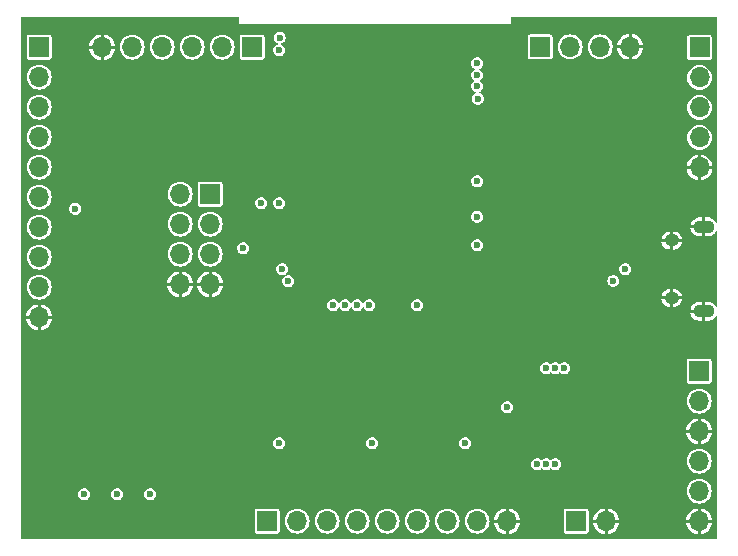
<source format=gbr>
%TF.GenerationSoftware,KiCad,Pcbnew,8.0.8*%
%TF.CreationDate,2025-02-03T11:58:04+00:00*%
%TF.ProjectId,FSC-BT1038B Barebones Breakout,4653432d-4254-4313-9033-384220426172,0.1*%
%TF.SameCoordinates,Original*%
%TF.FileFunction,Copper,L2,Inr*%
%TF.FilePolarity,Positive*%
%FSLAX46Y46*%
G04 Gerber Fmt 4.6, Leading zero omitted, Abs format (unit mm)*
G04 Created by KiCad (PCBNEW 8.0.8) date 2025-02-03 11:58:04*
%MOMM*%
%LPD*%
G01*
G04 APERTURE LIST*
%TA.AperFunction,ComponentPad*%
%ADD10R,1.700000X1.700000*%
%TD*%
%TA.AperFunction,ComponentPad*%
%ADD11O,1.700000X1.700000*%
%TD*%
%TA.AperFunction,ComponentPad*%
%ADD12O,1.800000X1.100000*%
%TD*%
%TA.AperFunction,ComponentPad*%
%ADD13O,1.250000X1.050000*%
%TD*%
%TA.AperFunction,ViaPad*%
%ADD14C,0.600000*%
%TD*%
G04 APERTURE END LIST*
D10*
%TO.N,+3.3V*%
%TO.C,J1*%
X158496000Y-74676000D03*
D11*
%TO.N,/SPI_CLK*%
X155956000Y-74676000D03*
%TO.N,/BT_TX*%
X158496000Y-77216000D03*
%TO.N,/SPI_MISO*%
X155956000Y-77216000D03*
%TO.N,/BT_RX*%
X158496000Y-79756000D03*
%TO.N,/SPI_MOSI*%
X155956000Y-79756000D03*
%TO.N,GND*%
X158496000Y-82296000D03*
X155956000Y-82296000D03*
%TD*%
D10*
%TO.N,/VBAT_IN*%
%TO.C,J5*%
X189484000Y-102362000D03*
D11*
%TO.N,GND*%
X192024000Y-102362000D03*
%TD*%
D12*
%TO.N,GND*%
%TO.C,J2*%
X200287000Y-84601000D03*
D13*
X197562000Y-83451000D03*
X197562000Y-78601000D03*
D12*
X200287000Y-77451000D03*
%TD*%
D10*
%TO.N,/MIC_BIAS*%
%TO.C,J4*%
X186436000Y-62205000D03*
D11*
%TO.N,/MIC{slash}LINE_LN*%
X188976000Y-62205000D03*
%TO.N,/MIC{slash}LINE_LP*%
X191516000Y-62205000D03*
%TO.N,GND*%
X194056000Y-62205000D03*
%TD*%
D10*
%TO.N,/MIC{slash}LINE_LN*%
%TO.C,J3*%
X199923000Y-62260000D03*
D11*
%TO.N,/MIC{slash}LINE_LP*%
X199923000Y-64800000D03*
%TO.N,/LINE_RN*%
X199923000Y-67340000D03*
%TO.N,/LINE_RP*%
X199923000Y-69880000D03*
%TO.N,GND*%
X199923000Y-72420000D03*
%TD*%
D10*
%TO.N,Net-(J6-Pin_1)*%
%TO.C,J6*%
X162052000Y-62230000D03*
D11*
%TO.N,/PCM_CLK*%
X159512000Y-62230000D03*
%TO.N,/PCM_IN*%
X156972000Y-62230000D03*
%TO.N,/PCM_OUT*%
X154432000Y-62230000D03*
%TO.N,/PCM_SYNC*%
X151892000Y-62230000D03*
%TO.N,GND*%
X149352000Y-62230000D03*
%TD*%
D10*
%TO.N,+3.3V*%
%TO.C,J8*%
X144018000Y-62230000D03*
D11*
%TO.N,/AIO4*%
X144018000Y-64770000D03*
%TO.N,/AIO5*%
X144018000Y-67310000D03*
%TO.N,/RESET*%
X144018000Y-69850000D03*
%TO.N,/PIO15*%
X144018000Y-72390000D03*
%TO.N,/BT_CTS*%
X144018000Y-74930000D03*
%TO.N,/BT_RTS*%
X144018000Y-77470000D03*
%TO.N,/PIO26*%
X144018000Y-80010000D03*
%TO.N,/PIO30*%
X144018000Y-82550000D03*
%TO.N,GND*%
X144018000Y-85090000D03*
%TD*%
D10*
%TO.N,/SPK_LP*%
%TO.C,J7*%
X199898000Y-89662000D03*
D11*
%TO.N,/SPK_LN*%
X199898000Y-92202000D03*
%TO.N,GND*%
X199898000Y-94742000D03*
%TO.N,/SPK_RP*%
X199898000Y-97282000D03*
%TO.N,/SPK_RN*%
X199898000Y-99822000D03*
%TO.N,GND*%
X199898000Y-102362000D03*
%TD*%
D10*
%TO.N,+3.3V*%
%TO.C,J9*%
X163312000Y-102362000D03*
D11*
%TO.N,/PIO25*%
X165852000Y-102362000D03*
%TO.N,/PIO24*%
X168392000Y-102362000D03*
%TO.N,/PIO22*%
X170932000Y-102362000D03*
%TO.N,/PIO23*%
X173472000Y-102362000D03*
%TO.N,/VCGH_SENSE*%
X176012000Y-102362000D03*
%TO.N,/CHG_EXT*%
X178552000Y-102362000D03*
%TO.N,/SYS_CTRL*%
X181092000Y-102362000D03*
%TO.N,GND*%
X183632000Y-102362000D03*
%TD*%
D14*
%TO.N,GND*%
X166624000Y-84074000D03*
X186182000Y-78994000D03*
X181102000Y-61620400D03*
X181102000Y-62598000D03*
X185166000Y-78994000D03*
X189230000Y-86106000D03*
X182372000Y-82296000D03*
X181102000Y-60598000D03*
X187960000Y-86106000D03*
%TO.N,+5V*%
X181102000Y-73598000D03*
%TO.N,+3.3V*%
X164338000Y-95758000D03*
X186944000Y-89408000D03*
X153416000Y-100076000D03*
X172212000Y-95758000D03*
X188468000Y-89408000D03*
X181102000Y-76598000D03*
X186182000Y-97536000D03*
X187706000Y-89408000D03*
X147828000Y-100076000D03*
X187706000Y-97536000D03*
X186944000Y-97536000D03*
X161290000Y-79248000D03*
X180086000Y-95758000D03*
X150622000Y-100076000D03*
%TO.N,/D+*%
X193628000Y-81026000D03*
X192625025Y-82028975D03*
%TO.N,/SPK_LP*%
X181102000Y-63598000D03*
%TO.N,/SPK_RN*%
X181152000Y-66598000D03*
%TO.N,/SPK_LN*%
X181102000Y-64598000D03*
%TO.N,/SPK_RP*%
X181102000Y-65532000D03*
%TO.N,/PIO26*%
X164592000Y-81026000D03*
%TO.N,/PIO30*%
X165100000Y-82042000D03*
%TO.N,/AIO5*%
X164338000Y-62484000D03*
%TO.N,/BT_RTS*%
X147066000Y-75926000D03*
X164338000Y-75438000D03*
%TO.N,/AIO4*%
X164381265Y-61424735D03*
%TO.N,/BT_CTS*%
X162814000Y-75438000D03*
%TO.N,/PIO25*%
X168910000Y-84074000D03*
%TO.N,/CHG_EXT*%
X176022000Y-84074000D03*
%TO.N,/PIO24*%
X169926000Y-84074000D03*
%TO.N,/PIO22*%
X170942000Y-84074000D03*
%TO.N,/PIO23*%
X171958000Y-84074000D03*
%TO.N,/SYS_CTRL*%
X183642000Y-92710000D03*
X181102000Y-78994000D03*
%TD*%
%TA.AperFunction,Conductor*%
%TO.N,GND*%
G36*
X160951648Y-59696852D02*
G01*
X160966000Y-59731500D01*
X160966000Y-60298000D01*
X183966000Y-60298000D01*
X183966000Y-59731500D01*
X183980352Y-59696852D01*
X184015000Y-59682500D01*
X201380500Y-59682500D01*
X201415148Y-59696852D01*
X201429500Y-59731500D01*
X201429500Y-77035567D01*
X201415148Y-77070215D01*
X201380500Y-77084567D01*
X201345852Y-77070215D01*
X201339758Y-77062790D01*
X201258401Y-76941030D01*
X201146969Y-76829598D01*
X201015936Y-76742046D01*
X200870358Y-76681745D01*
X200870348Y-76681742D01*
X200715790Y-76651000D01*
X200412000Y-76651000D01*
X200412000Y-77201000D01*
X200162000Y-77201000D01*
X200162000Y-76651000D01*
X199858210Y-76651000D01*
X199703651Y-76681742D01*
X199703641Y-76681745D01*
X199558063Y-76742046D01*
X199427030Y-76829598D01*
X199315598Y-76941030D01*
X199228046Y-77072063D01*
X199167745Y-77217641D01*
X199167740Y-77217660D01*
X199146190Y-77325999D01*
X199146191Y-77326000D01*
X199718178Y-77326000D01*
X199687000Y-77401272D01*
X199687000Y-77500728D01*
X199718178Y-77576000D01*
X199146190Y-77576000D01*
X199167740Y-77684339D01*
X199167745Y-77684358D01*
X199228046Y-77829936D01*
X199315598Y-77960969D01*
X199427030Y-78072401D01*
X199558063Y-78159953D01*
X199703641Y-78220254D01*
X199703651Y-78220257D01*
X199858210Y-78251000D01*
X200162000Y-78251000D01*
X200162000Y-77701000D01*
X200412000Y-77701000D01*
X200412000Y-78251000D01*
X200715790Y-78251000D01*
X200870348Y-78220257D01*
X200870358Y-78220254D01*
X201015936Y-78159953D01*
X201146969Y-78072401D01*
X201258401Y-77960969D01*
X201339758Y-77839209D01*
X201370940Y-77818374D01*
X201407723Y-77825690D01*
X201428558Y-77856872D01*
X201429500Y-77866432D01*
X201429500Y-84185567D01*
X201415148Y-84220215D01*
X201380500Y-84234567D01*
X201345852Y-84220215D01*
X201339758Y-84212790D01*
X201258401Y-84091030D01*
X201146969Y-83979598D01*
X201015936Y-83892046D01*
X200870358Y-83831745D01*
X200870348Y-83831742D01*
X200715790Y-83801000D01*
X200412000Y-83801000D01*
X200412000Y-84351000D01*
X200162000Y-84351000D01*
X200162000Y-83801000D01*
X199858210Y-83801000D01*
X199703651Y-83831742D01*
X199703641Y-83831745D01*
X199558063Y-83892046D01*
X199427030Y-83979598D01*
X199315598Y-84091030D01*
X199228046Y-84222063D01*
X199167745Y-84367641D01*
X199167740Y-84367660D01*
X199146190Y-84475999D01*
X199146191Y-84476000D01*
X199718178Y-84476000D01*
X199687000Y-84551272D01*
X199687000Y-84650728D01*
X199718178Y-84726000D01*
X199146190Y-84726000D01*
X199167740Y-84834339D01*
X199167745Y-84834358D01*
X199228046Y-84979936D01*
X199315598Y-85110969D01*
X199427030Y-85222401D01*
X199558063Y-85309953D01*
X199703641Y-85370254D01*
X199703651Y-85370257D01*
X199858210Y-85401000D01*
X200162000Y-85401000D01*
X200162000Y-84851000D01*
X200412000Y-84851000D01*
X200412000Y-85401000D01*
X200715790Y-85401000D01*
X200870348Y-85370257D01*
X200870358Y-85370254D01*
X201015936Y-85309953D01*
X201146969Y-85222401D01*
X201258401Y-85110969D01*
X201339758Y-84989209D01*
X201370940Y-84968374D01*
X201407723Y-84975690D01*
X201428558Y-85006872D01*
X201429500Y-85016432D01*
X201429500Y-103844500D01*
X201415148Y-103879148D01*
X201380500Y-103893500D01*
X142535500Y-103893500D01*
X142500852Y-103879148D01*
X142486500Y-103844500D01*
X142486500Y-101492252D01*
X162261500Y-101492252D01*
X162261500Y-103231748D01*
X162273133Y-103290231D01*
X162290882Y-103316795D01*
X162317447Y-103356552D01*
X162344012Y-103374301D01*
X162383769Y-103400867D01*
X162442252Y-103412500D01*
X162442255Y-103412500D01*
X164181745Y-103412500D01*
X164181748Y-103412500D01*
X164240231Y-103400867D01*
X164306552Y-103356552D01*
X164350867Y-103290231D01*
X164362500Y-103231748D01*
X164362500Y-102362000D01*
X164796417Y-102362000D01*
X164816700Y-102567934D01*
X164876768Y-102765954D01*
X164974315Y-102948450D01*
X165105590Y-103108410D01*
X165265550Y-103239685D01*
X165448046Y-103337232D01*
X165646066Y-103397300D01*
X165852000Y-103417583D01*
X166057934Y-103397300D01*
X166255954Y-103337232D01*
X166438450Y-103239685D01*
X166598410Y-103108410D01*
X166729685Y-102948450D01*
X166827232Y-102765954D01*
X166887300Y-102567934D01*
X166907583Y-102362000D01*
X167336417Y-102362000D01*
X167356700Y-102567934D01*
X167416768Y-102765954D01*
X167514315Y-102948450D01*
X167645590Y-103108410D01*
X167805550Y-103239685D01*
X167988046Y-103337232D01*
X168186066Y-103397300D01*
X168392000Y-103417583D01*
X168597934Y-103397300D01*
X168795954Y-103337232D01*
X168978450Y-103239685D01*
X169138410Y-103108410D01*
X169269685Y-102948450D01*
X169367232Y-102765954D01*
X169427300Y-102567934D01*
X169447583Y-102362000D01*
X169876417Y-102362000D01*
X169896700Y-102567934D01*
X169956768Y-102765954D01*
X170054315Y-102948450D01*
X170185590Y-103108410D01*
X170345550Y-103239685D01*
X170528046Y-103337232D01*
X170726066Y-103397300D01*
X170932000Y-103417583D01*
X171137934Y-103397300D01*
X171335954Y-103337232D01*
X171518450Y-103239685D01*
X171678410Y-103108410D01*
X171809685Y-102948450D01*
X171907232Y-102765954D01*
X171967300Y-102567934D01*
X171987583Y-102362000D01*
X172416417Y-102362000D01*
X172436700Y-102567934D01*
X172496768Y-102765954D01*
X172594315Y-102948450D01*
X172725590Y-103108410D01*
X172885550Y-103239685D01*
X173068046Y-103337232D01*
X173266066Y-103397300D01*
X173472000Y-103417583D01*
X173677934Y-103397300D01*
X173875954Y-103337232D01*
X174058450Y-103239685D01*
X174218410Y-103108410D01*
X174349685Y-102948450D01*
X174447232Y-102765954D01*
X174507300Y-102567934D01*
X174527583Y-102362000D01*
X174956417Y-102362000D01*
X174976700Y-102567934D01*
X175036768Y-102765954D01*
X175134315Y-102948450D01*
X175265590Y-103108410D01*
X175425550Y-103239685D01*
X175608046Y-103337232D01*
X175806066Y-103397300D01*
X176012000Y-103417583D01*
X176217934Y-103397300D01*
X176415954Y-103337232D01*
X176598450Y-103239685D01*
X176758410Y-103108410D01*
X176889685Y-102948450D01*
X176987232Y-102765954D01*
X177047300Y-102567934D01*
X177067583Y-102362000D01*
X177496417Y-102362000D01*
X177516700Y-102567934D01*
X177576768Y-102765954D01*
X177674315Y-102948450D01*
X177805590Y-103108410D01*
X177965550Y-103239685D01*
X178148046Y-103337232D01*
X178346066Y-103397300D01*
X178552000Y-103417583D01*
X178757934Y-103397300D01*
X178955954Y-103337232D01*
X179138450Y-103239685D01*
X179298410Y-103108410D01*
X179429685Y-102948450D01*
X179527232Y-102765954D01*
X179587300Y-102567934D01*
X179607583Y-102362000D01*
X180036417Y-102362000D01*
X180056700Y-102567934D01*
X180116768Y-102765954D01*
X180214315Y-102948450D01*
X180345590Y-103108410D01*
X180505550Y-103239685D01*
X180688046Y-103337232D01*
X180886066Y-103397300D01*
X181092000Y-103417583D01*
X181297934Y-103397300D01*
X181495954Y-103337232D01*
X181678450Y-103239685D01*
X181838410Y-103108410D01*
X181969685Y-102948450D01*
X182067232Y-102765954D01*
X182127300Y-102567934D01*
X182147583Y-102362000D01*
X182135271Y-102236999D01*
X182538870Y-102236999D01*
X182538870Y-102237000D01*
X183147856Y-102237000D01*
X183132000Y-102296174D01*
X183132000Y-102427826D01*
X183147856Y-102487000D01*
X182538870Y-102487000D01*
X182546096Y-102564986D01*
X182546098Y-102564995D01*
X182601883Y-102761063D01*
X182601884Y-102761064D01*
X182692752Y-102943553D01*
X182692755Y-102943557D01*
X182815604Y-103106237D01*
X182815607Y-103106240D01*
X182966257Y-103243576D01*
X183139590Y-103350900D01*
X183329674Y-103424538D01*
X183507000Y-103457686D01*
X183507000Y-102846144D01*
X183566174Y-102862000D01*
X183697826Y-102862000D01*
X183757000Y-102846144D01*
X183757000Y-103457685D01*
X183934325Y-103424538D01*
X184124409Y-103350900D01*
X184297742Y-103243576D01*
X184448392Y-103106240D01*
X184448395Y-103106237D01*
X184571244Y-102943557D01*
X184571247Y-102943553D01*
X184662115Y-102761064D01*
X184662116Y-102761063D01*
X184717901Y-102564995D01*
X184717903Y-102564986D01*
X184725129Y-102487000D01*
X184116144Y-102487000D01*
X184132000Y-102427826D01*
X184132000Y-102296174D01*
X184116144Y-102237000D01*
X184725130Y-102237000D01*
X184725129Y-102236999D01*
X184717903Y-102159013D01*
X184717901Y-102159004D01*
X184662116Y-101962936D01*
X184662115Y-101962935D01*
X184571247Y-101780446D01*
X184571244Y-101780442D01*
X184448395Y-101617762D01*
X184448392Y-101617759D01*
X184310718Y-101492252D01*
X188433500Y-101492252D01*
X188433500Y-103231748D01*
X188445133Y-103290231D01*
X188462882Y-103316795D01*
X188489447Y-103356552D01*
X188516012Y-103374301D01*
X188555769Y-103400867D01*
X188614252Y-103412500D01*
X188614255Y-103412500D01*
X190353745Y-103412500D01*
X190353748Y-103412500D01*
X190412231Y-103400867D01*
X190478552Y-103356552D01*
X190522867Y-103290231D01*
X190534500Y-103231748D01*
X190534500Y-102236999D01*
X190930870Y-102236999D01*
X190930870Y-102237000D01*
X191539856Y-102237000D01*
X191524000Y-102296174D01*
X191524000Y-102427826D01*
X191539856Y-102487000D01*
X190930870Y-102487000D01*
X190938096Y-102564986D01*
X190938098Y-102564995D01*
X190993883Y-102761063D01*
X190993884Y-102761064D01*
X191084752Y-102943553D01*
X191084755Y-102943557D01*
X191207604Y-103106237D01*
X191207607Y-103106240D01*
X191358257Y-103243576D01*
X191531590Y-103350900D01*
X191721674Y-103424538D01*
X191899000Y-103457686D01*
X191899000Y-102846144D01*
X191958174Y-102862000D01*
X192089826Y-102862000D01*
X192149000Y-102846144D01*
X192149000Y-103457685D01*
X192326325Y-103424538D01*
X192516409Y-103350900D01*
X192689742Y-103243576D01*
X192840392Y-103106240D01*
X192840395Y-103106237D01*
X192963244Y-102943557D01*
X192963247Y-102943553D01*
X193054115Y-102761064D01*
X193054116Y-102761063D01*
X193109901Y-102564995D01*
X193109903Y-102564986D01*
X193117129Y-102487000D01*
X192508144Y-102487000D01*
X192524000Y-102427826D01*
X192524000Y-102296174D01*
X192508144Y-102237000D01*
X193117130Y-102237000D01*
X193117129Y-102236999D01*
X198804870Y-102236999D01*
X198804870Y-102237000D01*
X199413856Y-102237000D01*
X199398000Y-102296174D01*
X199398000Y-102427826D01*
X199413856Y-102487000D01*
X198804870Y-102487000D01*
X198812096Y-102564986D01*
X198812098Y-102564995D01*
X198867883Y-102761063D01*
X198867884Y-102761064D01*
X198958752Y-102943553D01*
X198958755Y-102943557D01*
X199081604Y-103106237D01*
X199081607Y-103106240D01*
X199232257Y-103243576D01*
X199405590Y-103350900D01*
X199595674Y-103424538D01*
X199773000Y-103457686D01*
X199773000Y-102846144D01*
X199832174Y-102862000D01*
X199963826Y-102862000D01*
X200023000Y-102846144D01*
X200023000Y-103457685D01*
X200200325Y-103424538D01*
X200390409Y-103350900D01*
X200563742Y-103243576D01*
X200714392Y-103106240D01*
X200714395Y-103106237D01*
X200837244Y-102943557D01*
X200837247Y-102943553D01*
X200928115Y-102761064D01*
X200928116Y-102761063D01*
X200983901Y-102564995D01*
X200983903Y-102564986D01*
X200991129Y-102487000D01*
X200382144Y-102487000D01*
X200398000Y-102427826D01*
X200398000Y-102296174D01*
X200382144Y-102237000D01*
X200991130Y-102237000D01*
X200991129Y-102236999D01*
X200983903Y-102159013D01*
X200983901Y-102159004D01*
X200928116Y-101962936D01*
X200928115Y-101962935D01*
X200837247Y-101780446D01*
X200837244Y-101780442D01*
X200714395Y-101617762D01*
X200714392Y-101617759D01*
X200563742Y-101480423D01*
X200390409Y-101373099D01*
X200200324Y-101299460D01*
X200023000Y-101266312D01*
X200023000Y-101877855D01*
X199963826Y-101862000D01*
X199832174Y-101862000D01*
X199773000Y-101877855D01*
X199773000Y-101266312D01*
X199595675Y-101299460D01*
X199405590Y-101373099D01*
X199232257Y-101480423D01*
X199081607Y-101617759D01*
X199081604Y-101617762D01*
X198958755Y-101780442D01*
X198958752Y-101780446D01*
X198867884Y-101962935D01*
X198867883Y-101962936D01*
X198812098Y-102159004D01*
X198812096Y-102159013D01*
X198804870Y-102236999D01*
X193117129Y-102236999D01*
X193109903Y-102159013D01*
X193109901Y-102159004D01*
X193054116Y-101962936D01*
X193054115Y-101962935D01*
X192963247Y-101780446D01*
X192963244Y-101780442D01*
X192840395Y-101617762D01*
X192840392Y-101617759D01*
X192689742Y-101480423D01*
X192516409Y-101373099D01*
X192326324Y-101299460D01*
X192149000Y-101266312D01*
X192149000Y-101877855D01*
X192089826Y-101862000D01*
X191958174Y-101862000D01*
X191899000Y-101877855D01*
X191899000Y-101266312D01*
X191721675Y-101299460D01*
X191531590Y-101373099D01*
X191358257Y-101480423D01*
X191207607Y-101617759D01*
X191207604Y-101617762D01*
X191084755Y-101780442D01*
X191084752Y-101780446D01*
X190993884Y-101962935D01*
X190993883Y-101962936D01*
X190938098Y-102159004D01*
X190938096Y-102159013D01*
X190930870Y-102236999D01*
X190534500Y-102236999D01*
X190534500Y-101492252D01*
X190522867Y-101433769D01*
X190491462Y-101386769D01*
X190478552Y-101367447D01*
X190417569Y-101326700D01*
X190412231Y-101323133D01*
X190353748Y-101311500D01*
X188614252Y-101311500D01*
X188555769Y-101323133D01*
X188489447Y-101367447D01*
X188445133Y-101433769D01*
X188433500Y-101492252D01*
X184310718Y-101492252D01*
X184297742Y-101480423D01*
X184124409Y-101373099D01*
X183934324Y-101299460D01*
X183757000Y-101266312D01*
X183757000Y-101877855D01*
X183697826Y-101862000D01*
X183566174Y-101862000D01*
X183507000Y-101877855D01*
X183507000Y-101266312D01*
X183329675Y-101299460D01*
X183139590Y-101373099D01*
X182966257Y-101480423D01*
X182815607Y-101617759D01*
X182815604Y-101617762D01*
X182692755Y-101780442D01*
X182692752Y-101780446D01*
X182601884Y-101962935D01*
X182601883Y-101962936D01*
X182546098Y-102159004D01*
X182546096Y-102159013D01*
X182538870Y-102236999D01*
X182135271Y-102236999D01*
X182127300Y-102156066D01*
X182067232Y-101958046D01*
X181969685Y-101775550D01*
X181838410Y-101615590D01*
X181678450Y-101484315D01*
X181495954Y-101386768D01*
X181297934Y-101326700D01*
X181092000Y-101306417D01*
X180886065Y-101326700D01*
X180886064Y-101326700D01*
X180688043Y-101386769D01*
X180505548Y-101484316D01*
X180345590Y-101615590D01*
X180214316Y-101775548D01*
X180116769Y-101958043D01*
X180056700Y-102156064D01*
X180056700Y-102156065D01*
X180048729Y-102237000D01*
X180036417Y-102362000D01*
X179607583Y-102362000D01*
X179587300Y-102156066D01*
X179527232Y-101958046D01*
X179429685Y-101775550D01*
X179298410Y-101615590D01*
X179138450Y-101484315D01*
X178955954Y-101386768D01*
X178757934Y-101326700D01*
X178552000Y-101306417D01*
X178346065Y-101326700D01*
X178346064Y-101326700D01*
X178148043Y-101386769D01*
X177965548Y-101484316D01*
X177805590Y-101615590D01*
X177674316Y-101775548D01*
X177576769Y-101958043D01*
X177516700Y-102156064D01*
X177516700Y-102156065D01*
X177508729Y-102237000D01*
X177496417Y-102362000D01*
X177067583Y-102362000D01*
X177047300Y-102156066D01*
X176987232Y-101958046D01*
X176889685Y-101775550D01*
X176758410Y-101615590D01*
X176598450Y-101484315D01*
X176415954Y-101386768D01*
X176217934Y-101326700D01*
X176012000Y-101306417D01*
X175806065Y-101326700D01*
X175806064Y-101326700D01*
X175608043Y-101386769D01*
X175425548Y-101484316D01*
X175265590Y-101615590D01*
X175134316Y-101775548D01*
X175036769Y-101958043D01*
X174976700Y-102156064D01*
X174976700Y-102156065D01*
X174968729Y-102237000D01*
X174956417Y-102362000D01*
X174527583Y-102362000D01*
X174507300Y-102156066D01*
X174447232Y-101958046D01*
X174349685Y-101775550D01*
X174218410Y-101615590D01*
X174058450Y-101484315D01*
X173875954Y-101386768D01*
X173677934Y-101326700D01*
X173472000Y-101306417D01*
X173266065Y-101326700D01*
X173266064Y-101326700D01*
X173068043Y-101386769D01*
X172885548Y-101484316D01*
X172725590Y-101615590D01*
X172594316Y-101775548D01*
X172496769Y-101958043D01*
X172436700Y-102156064D01*
X172436700Y-102156065D01*
X172428729Y-102237000D01*
X172416417Y-102362000D01*
X171987583Y-102362000D01*
X171967300Y-102156066D01*
X171907232Y-101958046D01*
X171809685Y-101775550D01*
X171678410Y-101615590D01*
X171518450Y-101484315D01*
X171335954Y-101386768D01*
X171137934Y-101326700D01*
X170932000Y-101306417D01*
X170726065Y-101326700D01*
X170726064Y-101326700D01*
X170528043Y-101386769D01*
X170345548Y-101484316D01*
X170185590Y-101615590D01*
X170054316Y-101775548D01*
X169956769Y-101958043D01*
X169896700Y-102156064D01*
X169896700Y-102156065D01*
X169888729Y-102237000D01*
X169876417Y-102362000D01*
X169447583Y-102362000D01*
X169427300Y-102156066D01*
X169367232Y-101958046D01*
X169269685Y-101775550D01*
X169138410Y-101615590D01*
X168978450Y-101484315D01*
X168795954Y-101386768D01*
X168597934Y-101326700D01*
X168392000Y-101306417D01*
X168186065Y-101326700D01*
X168186064Y-101326700D01*
X167988043Y-101386769D01*
X167805548Y-101484316D01*
X167645590Y-101615590D01*
X167514316Y-101775548D01*
X167416769Y-101958043D01*
X167356700Y-102156064D01*
X167356700Y-102156065D01*
X167348729Y-102237000D01*
X167336417Y-102362000D01*
X166907583Y-102362000D01*
X166887300Y-102156066D01*
X166827232Y-101958046D01*
X166729685Y-101775550D01*
X166598410Y-101615590D01*
X166438450Y-101484315D01*
X166255954Y-101386768D01*
X166057934Y-101326700D01*
X165852000Y-101306417D01*
X165646065Y-101326700D01*
X165646064Y-101326700D01*
X165448043Y-101386769D01*
X165265548Y-101484316D01*
X165105590Y-101615590D01*
X164974316Y-101775548D01*
X164876769Y-101958043D01*
X164816700Y-102156064D01*
X164816700Y-102156065D01*
X164808729Y-102237000D01*
X164796417Y-102362000D01*
X164362500Y-102362000D01*
X164362500Y-101492252D01*
X164350867Y-101433769D01*
X164319462Y-101386769D01*
X164306552Y-101367447D01*
X164245569Y-101326700D01*
X164240231Y-101323133D01*
X164181748Y-101311500D01*
X162442252Y-101311500D01*
X162383769Y-101323133D01*
X162317447Y-101367447D01*
X162273133Y-101433769D01*
X162261500Y-101492252D01*
X142486500Y-101492252D01*
X142486500Y-100075997D01*
X147322353Y-100075997D01*
X147322353Y-100076002D01*
X147342833Y-100218454D01*
X147374935Y-100288746D01*
X147402623Y-100349373D01*
X147402624Y-100349374D01*
X147402625Y-100349376D01*
X147453813Y-100408450D01*
X147496872Y-100458143D01*
X147617947Y-100535953D01*
X147694785Y-100558514D01*
X147756034Y-100576499D01*
X147756037Y-100576499D01*
X147756039Y-100576500D01*
X147756040Y-100576500D01*
X147899960Y-100576500D01*
X147899961Y-100576500D01*
X147899963Y-100576499D01*
X147899965Y-100576499D01*
X147927517Y-100568409D01*
X148038053Y-100535953D01*
X148159128Y-100458143D01*
X148253377Y-100349373D01*
X148313165Y-100218457D01*
X148313165Y-100218455D01*
X148313166Y-100218454D01*
X148333647Y-100076002D01*
X148333647Y-100075997D01*
X150116353Y-100075997D01*
X150116353Y-100076002D01*
X150136833Y-100218454D01*
X150168935Y-100288746D01*
X150196623Y-100349373D01*
X150196624Y-100349374D01*
X150196625Y-100349376D01*
X150247813Y-100408450D01*
X150290872Y-100458143D01*
X150411947Y-100535953D01*
X150488785Y-100558514D01*
X150550034Y-100576499D01*
X150550037Y-100576499D01*
X150550039Y-100576500D01*
X150550040Y-100576500D01*
X150693960Y-100576500D01*
X150693961Y-100576500D01*
X150693963Y-100576499D01*
X150693965Y-100576499D01*
X150721517Y-100568409D01*
X150832053Y-100535953D01*
X150953128Y-100458143D01*
X151047377Y-100349373D01*
X151107165Y-100218457D01*
X151107165Y-100218455D01*
X151107166Y-100218454D01*
X151127647Y-100076002D01*
X151127647Y-100075997D01*
X152910353Y-100075997D01*
X152910353Y-100076002D01*
X152930833Y-100218454D01*
X152962935Y-100288746D01*
X152990623Y-100349373D01*
X152990624Y-100349374D01*
X152990625Y-100349376D01*
X153041813Y-100408450D01*
X153084872Y-100458143D01*
X153205947Y-100535953D01*
X153282785Y-100558514D01*
X153344034Y-100576499D01*
X153344037Y-100576499D01*
X153344039Y-100576500D01*
X153344040Y-100576500D01*
X153487960Y-100576500D01*
X153487961Y-100576500D01*
X153487963Y-100576499D01*
X153487965Y-100576499D01*
X153515517Y-100568409D01*
X153626053Y-100535953D01*
X153747128Y-100458143D01*
X153841377Y-100349373D01*
X153901165Y-100218457D01*
X153901165Y-100218455D01*
X153901166Y-100218454D01*
X153921647Y-100076002D01*
X153921647Y-100075997D01*
X153901166Y-99933545D01*
X153850224Y-99822000D01*
X153850224Y-99821999D01*
X198842417Y-99821999D01*
X198842417Y-99822000D01*
X198862700Y-100027934D01*
X198862700Y-100027935D01*
X198877280Y-100076000D01*
X198922768Y-100225954D01*
X199020315Y-100408450D01*
X199151590Y-100568410D01*
X199311550Y-100699685D01*
X199494046Y-100797232D01*
X199692066Y-100857300D01*
X199898000Y-100877583D01*
X200103934Y-100857300D01*
X200301954Y-100797232D01*
X200484450Y-100699685D01*
X200644410Y-100568410D01*
X200775685Y-100408450D01*
X200873232Y-100225954D01*
X200933300Y-100027934D01*
X200953583Y-99822000D01*
X200933300Y-99616066D01*
X200873232Y-99418046D01*
X200775685Y-99235550D01*
X200644410Y-99075590D01*
X200484450Y-98944315D01*
X200301954Y-98846768D01*
X200103934Y-98786700D01*
X199898000Y-98766417D01*
X199692065Y-98786700D01*
X199692064Y-98786700D01*
X199494043Y-98846769D01*
X199311548Y-98944316D01*
X199151590Y-99075590D01*
X199020316Y-99235548D01*
X198922769Y-99418043D01*
X198862700Y-99616064D01*
X198862700Y-99616065D01*
X198842417Y-99821999D01*
X153850224Y-99821999D01*
X153841377Y-99802627D01*
X153747128Y-99693857D01*
X153626053Y-99616047D01*
X153626050Y-99616046D01*
X153487965Y-99575500D01*
X153487961Y-99575500D01*
X153344039Y-99575500D01*
X153344034Y-99575500D01*
X153205949Y-99616046D01*
X153205947Y-99616046D01*
X153205947Y-99616047D01*
X153168722Y-99639969D01*
X153084871Y-99693857D01*
X152990625Y-99802623D01*
X152990624Y-99802625D01*
X152930833Y-99933545D01*
X152910353Y-100075997D01*
X151127647Y-100075997D01*
X151107166Y-99933545D01*
X151056224Y-99822000D01*
X151047377Y-99802627D01*
X150953128Y-99693857D01*
X150832053Y-99616047D01*
X150832050Y-99616046D01*
X150693965Y-99575500D01*
X150693961Y-99575500D01*
X150550039Y-99575500D01*
X150550034Y-99575500D01*
X150411949Y-99616046D01*
X150411947Y-99616046D01*
X150411947Y-99616047D01*
X150374722Y-99639969D01*
X150290871Y-99693857D01*
X150196625Y-99802623D01*
X150196624Y-99802625D01*
X150136833Y-99933545D01*
X150116353Y-100075997D01*
X148333647Y-100075997D01*
X148313166Y-99933545D01*
X148262224Y-99822000D01*
X148253377Y-99802627D01*
X148159128Y-99693857D01*
X148038053Y-99616047D01*
X148038050Y-99616046D01*
X147899965Y-99575500D01*
X147899961Y-99575500D01*
X147756039Y-99575500D01*
X147756034Y-99575500D01*
X147617949Y-99616046D01*
X147617947Y-99616046D01*
X147617947Y-99616047D01*
X147580722Y-99639969D01*
X147496871Y-99693857D01*
X147402625Y-99802623D01*
X147402624Y-99802625D01*
X147342833Y-99933545D01*
X147322353Y-100075997D01*
X142486500Y-100075997D01*
X142486500Y-97535997D01*
X185676353Y-97535997D01*
X185676353Y-97536002D01*
X185696833Y-97678454D01*
X185728935Y-97748746D01*
X185756623Y-97809373D01*
X185756624Y-97809374D01*
X185756625Y-97809376D01*
X185838032Y-97903325D01*
X185850872Y-97918143D01*
X185971947Y-97995953D01*
X186048785Y-98018514D01*
X186110034Y-98036499D01*
X186110037Y-98036499D01*
X186110039Y-98036500D01*
X186110040Y-98036500D01*
X186253960Y-98036500D01*
X186253961Y-98036500D01*
X186253963Y-98036499D01*
X186253965Y-98036499D01*
X186281517Y-98028409D01*
X186392053Y-97995953D01*
X186513128Y-97918143D01*
X186525968Y-97903324D01*
X186559503Y-97886537D01*
X186595087Y-97898379D01*
X186600027Y-97903319D01*
X186612872Y-97918143D01*
X186733947Y-97995953D01*
X186810785Y-98018514D01*
X186872034Y-98036499D01*
X186872037Y-98036499D01*
X186872039Y-98036500D01*
X186872040Y-98036500D01*
X187015960Y-98036500D01*
X187015961Y-98036500D01*
X187015963Y-98036499D01*
X187015965Y-98036499D01*
X187043517Y-98028409D01*
X187154053Y-97995953D01*
X187275128Y-97918143D01*
X187287968Y-97903324D01*
X187321503Y-97886537D01*
X187357087Y-97898379D01*
X187362027Y-97903319D01*
X187374872Y-97918143D01*
X187495947Y-97995953D01*
X187572785Y-98018514D01*
X187634034Y-98036499D01*
X187634037Y-98036499D01*
X187634039Y-98036500D01*
X187634040Y-98036500D01*
X187777960Y-98036500D01*
X187777961Y-98036500D01*
X187777963Y-98036499D01*
X187777965Y-98036499D01*
X187805517Y-98028409D01*
X187916053Y-97995953D01*
X188037128Y-97918143D01*
X188131377Y-97809373D01*
X188191165Y-97678457D01*
X188191165Y-97678455D01*
X188191166Y-97678454D01*
X188211647Y-97536002D01*
X188211647Y-97535997D01*
X188191166Y-97393545D01*
X188140224Y-97282000D01*
X188140224Y-97281999D01*
X198842417Y-97281999D01*
X198842417Y-97282000D01*
X198862700Y-97487934D01*
X198862700Y-97487935D01*
X198877280Y-97536000D01*
X198922768Y-97685954D01*
X199020315Y-97868450D01*
X199151590Y-98028410D01*
X199311550Y-98159685D01*
X199494046Y-98257232D01*
X199692066Y-98317300D01*
X199898000Y-98337583D01*
X200103934Y-98317300D01*
X200301954Y-98257232D01*
X200484450Y-98159685D01*
X200644410Y-98028410D01*
X200775685Y-97868450D01*
X200873232Y-97685954D01*
X200933300Y-97487934D01*
X200953583Y-97282000D01*
X200933300Y-97076066D01*
X200873232Y-96878046D01*
X200775685Y-96695550D01*
X200644410Y-96535590D01*
X200484450Y-96404315D01*
X200301954Y-96306768D01*
X200103934Y-96246700D01*
X199898000Y-96226417D01*
X199692065Y-96246700D01*
X199692064Y-96246700D01*
X199494043Y-96306769D01*
X199311548Y-96404316D01*
X199151590Y-96535590D01*
X199020316Y-96695548D01*
X198922769Y-96878043D01*
X198862700Y-97076064D01*
X198862700Y-97076065D01*
X198842417Y-97281999D01*
X188140224Y-97281999D01*
X188131377Y-97262627D01*
X188086999Y-97211412D01*
X188037128Y-97153857D01*
X187916053Y-97076047D01*
X187916050Y-97076046D01*
X187777965Y-97035500D01*
X187777961Y-97035500D01*
X187634039Y-97035500D01*
X187634034Y-97035500D01*
X187495949Y-97076046D01*
X187495947Y-97076046D01*
X187495947Y-97076047D01*
X187458722Y-97099969D01*
X187374871Y-97153857D01*
X187362031Y-97168675D01*
X187328495Y-97185461D01*
X187292911Y-97173617D01*
X187287969Y-97168675D01*
X187275128Y-97153857D01*
X187154053Y-97076047D01*
X187154050Y-97076046D01*
X187015965Y-97035500D01*
X187015961Y-97035500D01*
X186872039Y-97035500D01*
X186872034Y-97035500D01*
X186733949Y-97076046D01*
X186733947Y-97076046D01*
X186733947Y-97076047D01*
X186696722Y-97099969D01*
X186612871Y-97153857D01*
X186600031Y-97168675D01*
X186566495Y-97185461D01*
X186530911Y-97173617D01*
X186525969Y-97168675D01*
X186513128Y-97153857D01*
X186392053Y-97076047D01*
X186392050Y-97076046D01*
X186253965Y-97035500D01*
X186253961Y-97035500D01*
X186110039Y-97035500D01*
X186110034Y-97035500D01*
X185971949Y-97076046D01*
X185971947Y-97076046D01*
X185971947Y-97076047D01*
X185934722Y-97099969D01*
X185850871Y-97153857D01*
X185756625Y-97262623D01*
X185756624Y-97262625D01*
X185696833Y-97393545D01*
X185676353Y-97535997D01*
X142486500Y-97535997D01*
X142486500Y-95757997D01*
X163832353Y-95757997D01*
X163832353Y-95758002D01*
X163852833Y-95900454D01*
X163884935Y-95970746D01*
X163912623Y-96031373D01*
X163912624Y-96031374D01*
X163912625Y-96031376D01*
X164006871Y-96140142D01*
X164006872Y-96140143D01*
X164127947Y-96217953D01*
X164204785Y-96240514D01*
X164266034Y-96258499D01*
X164266037Y-96258499D01*
X164266039Y-96258500D01*
X164266040Y-96258500D01*
X164409960Y-96258500D01*
X164409961Y-96258500D01*
X164409963Y-96258499D01*
X164409965Y-96258499D01*
X164432795Y-96251795D01*
X164548053Y-96217953D01*
X164669128Y-96140143D01*
X164763377Y-96031373D01*
X164823165Y-95900457D01*
X164823165Y-95900455D01*
X164823166Y-95900454D01*
X164843647Y-95758002D01*
X164843647Y-95757997D01*
X171706353Y-95757997D01*
X171706353Y-95758002D01*
X171726833Y-95900454D01*
X171758935Y-95970746D01*
X171786623Y-96031373D01*
X171786624Y-96031374D01*
X171786625Y-96031376D01*
X171880871Y-96140142D01*
X171880872Y-96140143D01*
X172001947Y-96217953D01*
X172078785Y-96240514D01*
X172140034Y-96258499D01*
X172140037Y-96258499D01*
X172140039Y-96258500D01*
X172140040Y-96258500D01*
X172283960Y-96258500D01*
X172283961Y-96258500D01*
X172283963Y-96258499D01*
X172283965Y-96258499D01*
X172306795Y-96251795D01*
X172422053Y-96217953D01*
X172543128Y-96140143D01*
X172637377Y-96031373D01*
X172697165Y-95900457D01*
X172697165Y-95900455D01*
X172697166Y-95900454D01*
X172717647Y-95758002D01*
X172717647Y-95757997D01*
X179580353Y-95757997D01*
X179580353Y-95758002D01*
X179600833Y-95900454D01*
X179632935Y-95970746D01*
X179660623Y-96031373D01*
X179660624Y-96031374D01*
X179660625Y-96031376D01*
X179754871Y-96140142D01*
X179754872Y-96140143D01*
X179875947Y-96217953D01*
X179952785Y-96240514D01*
X180014034Y-96258499D01*
X180014037Y-96258499D01*
X180014039Y-96258500D01*
X180014040Y-96258500D01*
X180157960Y-96258500D01*
X180157961Y-96258500D01*
X180157963Y-96258499D01*
X180157965Y-96258499D01*
X180180795Y-96251795D01*
X180296053Y-96217953D01*
X180417128Y-96140143D01*
X180511377Y-96031373D01*
X180571165Y-95900457D01*
X180571165Y-95900455D01*
X180571166Y-95900454D01*
X180591647Y-95758002D01*
X180591647Y-95757997D01*
X180571166Y-95615545D01*
X180566751Y-95605879D01*
X180511377Y-95484627D01*
X180417128Y-95375857D01*
X180296053Y-95298047D01*
X180296050Y-95298046D01*
X180157965Y-95257500D01*
X180157961Y-95257500D01*
X180014039Y-95257500D01*
X180014034Y-95257500D01*
X179875949Y-95298046D01*
X179754871Y-95375857D01*
X179660625Y-95484623D01*
X179660624Y-95484625D01*
X179600833Y-95615545D01*
X179580353Y-95757997D01*
X172717647Y-95757997D01*
X172697166Y-95615545D01*
X172692751Y-95605879D01*
X172637377Y-95484627D01*
X172543128Y-95375857D01*
X172422053Y-95298047D01*
X172422050Y-95298046D01*
X172283965Y-95257500D01*
X172283961Y-95257500D01*
X172140039Y-95257500D01*
X172140034Y-95257500D01*
X172001949Y-95298046D01*
X171880871Y-95375857D01*
X171786625Y-95484623D01*
X171786624Y-95484625D01*
X171726833Y-95615545D01*
X171706353Y-95757997D01*
X164843647Y-95757997D01*
X164823166Y-95615545D01*
X164818751Y-95605879D01*
X164763377Y-95484627D01*
X164669128Y-95375857D01*
X164548053Y-95298047D01*
X164548050Y-95298046D01*
X164409965Y-95257500D01*
X164409961Y-95257500D01*
X164266039Y-95257500D01*
X164266034Y-95257500D01*
X164127949Y-95298046D01*
X164006871Y-95375857D01*
X163912625Y-95484623D01*
X163912624Y-95484625D01*
X163852833Y-95615545D01*
X163832353Y-95757997D01*
X142486500Y-95757997D01*
X142486500Y-94616999D01*
X198804870Y-94616999D01*
X198804870Y-94617000D01*
X199413856Y-94617000D01*
X199398000Y-94676174D01*
X199398000Y-94807826D01*
X199413856Y-94867000D01*
X198804870Y-94867000D01*
X198812096Y-94944986D01*
X198812098Y-94944995D01*
X198867883Y-95141063D01*
X198867884Y-95141064D01*
X198958752Y-95323553D01*
X198958755Y-95323557D01*
X199081604Y-95486237D01*
X199081607Y-95486240D01*
X199232257Y-95623576D01*
X199405590Y-95730900D01*
X199595674Y-95804538D01*
X199773000Y-95837686D01*
X199773000Y-95226144D01*
X199832174Y-95242000D01*
X199963826Y-95242000D01*
X200023000Y-95226144D01*
X200023000Y-95837685D01*
X200200325Y-95804538D01*
X200390409Y-95730900D01*
X200563742Y-95623576D01*
X200714392Y-95486240D01*
X200714395Y-95486237D01*
X200837244Y-95323557D01*
X200837247Y-95323553D01*
X200928115Y-95141064D01*
X200928116Y-95141063D01*
X200983901Y-94944995D01*
X200983903Y-94944986D01*
X200991129Y-94867000D01*
X200382144Y-94867000D01*
X200398000Y-94807826D01*
X200398000Y-94676174D01*
X200382144Y-94617000D01*
X200991130Y-94617000D01*
X200991129Y-94616999D01*
X200983903Y-94539013D01*
X200983901Y-94539004D01*
X200928116Y-94342936D01*
X200928115Y-94342935D01*
X200837247Y-94160446D01*
X200837244Y-94160442D01*
X200714395Y-93997762D01*
X200714392Y-93997759D01*
X200563742Y-93860423D01*
X200390409Y-93753099D01*
X200200324Y-93679460D01*
X200023000Y-93646312D01*
X200023000Y-94257855D01*
X199963826Y-94242000D01*
X199832174Y-94242000D01*
X199773000Y-94257855D01*
X199773000Y-93646312D01*
X199595675Y-93679460D01*
X199405590Y-93753099D01*
X199232257Y-93860423D01*
X199081607Y-93997759D01*
X199081604Y-93997762D01*
X198958755Y-94160442D01*
X198958752Y-94160446D01*
X198867884Y-94342935D01*
X198867883Y-94342936D01*
X198812098Y-94539004D01*
X198812096Y-94539013D01*
X198804870Y-94616999D01*
X142486500Y-94616999D01*
X142486500Y-92709997D01*
X183136353Y-92709997D01*
X183136353Y-92710002D01*
X183156833Y-92852454D01*
X183188935Y-92922746D01*
X183216623Y-92983373D01*
X183216624Y-92983374D01*
X183216625Y-92983376D01*
X183300075Y-93079683D01*
X183310872Y-93092143D01*
X183431947Y-93169953D01*
X183508785Y-93192514D01*
X183570034Y-93210499D01*
X183570037Y-93210499D01*
X183570039Y-93210500D01*
X183570040Y-93210500D01*
X183713960Y-93210500D01*
X183713961Y-93210500D01*
X183713963Y-93210499D01*
X183713965Y-93210499D01*
X183736795Y-93203795D01*
X183852053Y-93169953D01*
X183973128Y-93092143D01*
X184067377Y-92983373D01*
X184127165Y-92852457D01*
X184127165Y-92852455D01*
X184127166Y-92852454D01*
X184147647Y-92710002D01*
X184147647Y-92709997D01*
X184127166Y-92567545D01*
X184122751Y-92557879D01*
X184067377Y-92436627D01*
X184042515Y-92407935D01*
X183973128Y-92327857D01*
X183852053Y-92250047D01*
X183852050Y-92250046D01*
X183713965Y-92209500D01*
X183713961Y-92209500D01*
X183570039Y-92209500D01*
X183570034Y-92209500D01*
X183431949Y-92250046D01*
X183310871Y-92327857D01*
X183216625Y-92436623D01*
X183216624Y-92436625D01*
X183156833Y-92567545D01*
X183136353Y-92709997D01*
X142486500Y-92709997D01*
X142486500Y-92201999D01*
X198842417Y-92201999D01*
X198842417Y-92202000D01*
X198862700Y-92407934D01*
X198862700Y-92407935D01*
X198871403Y-92436625D01*
X198922768Y-92605954D01*
X199020315Y-92788450D01*
X199151590Y-92948410D01*
X199311550Y-93079685D01*
X199494046Y-93177232D01*
X199692066Y-93237300D01*
X199898000Y-93257583D01*
X200103934Y-93237300D01*
X200301954Y-93177232D01*
X200484450Y-93079685D01*
X200644410Y-92948410D01*
X200775685Y-92788450D01*
X200873232Y-92605954D01*
X200933300Y-92407934D01*
X200953583Y-92202000D01*
X200933300Y-91996066D01*
X200873232Y-91798046D01*
X200775685Y-91615550D01*
X200644410Y-91455590D01*
X200484450Y-91324315D01*
X200301954Y-91226768D01*
X200103934Y-91166700D01*
X199898000Y-91146417D01*
X199692065Y-91166700D01*
X199692064Y-91166700D01*
X199494043Y-91226769D01*
X199311548Y-91324316D01*
X199151590Y-91455590D01*
X199020316Y-91615548D01*
X198922769Y-91798043D01*
X198862700Y-91996064D01*
X198862700Y-91996065D01*
X198842417Y-92201999D01*
X142486500Y-92201999D01*
X142486500Y-89407997D01*
X186438353Y-89407997D01*
X186438353Y-89408002D01*
X186458833Y-89550454D01*
X186490935Y-89620746D01*
X186518623Y-89681373D01*
X186518624Y-89681374D01*
X186518625Y-89681376D01*
X186600032Y-89775325D01*
X186612872Y-89790143D01*
X186733947Y-89867953D01*
X186810785Y-89890514D01*
X186872034Y-89908499D01*
X186872037Y-89908499D01*
X186872039Y-89908500D01*
X186872040Y-89908500D01*
X187015960Y-89908500D01*
X187015961Y-89908500D01*
X187015963Y-89908499D01*
X187015965Y-89908499D01*
X187038795Y-89901795D01*
X187154053Y-89867953D01*
X187275128Y-89790143D01*
X187287968Y-89775324D01*
X187321503Y-89758537D01*
X187357087Y-89770379D01*
X187362027Y-89775319D01*
X187374872Y-89790143D01*
X187495947Y-89867953D01*
X187572785Y-89890514D01*
X187634034Y-89908499D01*
X187634037Y-89908499D01*
X187634039Y-89908500D01*
X187634040Y-89908500D01*
X187777960Y-89908500D01*
X187777961Y-89908500D01*
X187777963Y-89908499D01*
X187777965Y-89908499D01*
X187800795Y-89901795D01*
X187916053Y-89867953D01*
X188037128Y-89790143D01*
X188049968Y-89775324D01*
X188083503Y-89758537D01*
X188119087Y-89770379D01*
X188124027Y-89775319D01*
X188136872Y-89790143D01*
X188257947Y-89867953D01*
X188334785Y-89890514D01*
X188396034Y-89908499D01*
X188396037Y-89908499D01*
X188396039Y-89908500D01*
X188396040Y-89908500D01*
X188539960Y-89908500D01*
X188539961Y-89908500D01*
X188539963Y-89908499D01*
X188539965Y-89908499D01*
X188562795Y-89901795D01*
X188678053Y-89867953D01*
X188799128Y-89790143D01*
X188893377Y-89681373D01*
X188953165Y-89550457D01*
X188953165Y-89550455D01*
X188953166Y-89550454D01*
X188973647Y-89408002D01*
X188973647Y-89407997D01*
X188953166Y-89265545D01*
X188948751Y-89255879D01*
X188893377Y-89134627D01*
X188848999Y-89083412D01*
X188799128Y-89025857D01*
X188678053Y-88948047D01*
X188678050Y-88948046D01*
X188539965Y-88907500D01*
X188539961Y-88907500D01*
X188396039Y-88907500D01*
X188396034Y-88907500D01*
X188257949Y-88948046D01*
X188136871Y-89025857D01*
X188124031Y-89040675D01*
X188090495Y-89057461D01*
X188054911Y-89045617D01*
X188049969Y-89040675D01*
X188037128Y-89025857D01*
X187916053Y-88948047D01*
X187916050Y-88948046D01*
X187777965Y-88907500D01*
X187777961Y-88907500D01*
X187634039Y-88907500D01*
X187634034Y-88907500D01*
X187495949Y-88948046D01*
X187374871Y-89025857D01*
X187362031Y-89040675D01*
X187328495Y-89057461D01*
X187292911Y-89045617D01*
X187287969Y-89040675D01*
X187275128Y-89025857D01*
X187154053Y-88948047D01*
X187154050Y-88948046D01*
X187015965Y-88907500D01*
X187015961Y-88907500D01*
X186872039Y-88907500D01*
X186872034Y-88907500D01*
X186733949Y-88948046D01*
X186612871Y-89025857D01*
X186518625Y-89134623D01*
X186518624Y-89134625D01*
X186458833Y-89265545D01*
X186438353Y-89407997D01*
X142486500Y-89407997D01*
X142486500Y-88792252D01*
X198847500Y-88792252D01*
X198847500Y-90531748D01*
X198859133Y-90590231D01*
X198876882Y-90616795D01*
X198903447Y-90656552D01*
X198930012Y-90674301D01*
X198969769Y-90700867D01*
X199028252Y-90712500D01*
X199028255Y-90712500D01*
X200767745Y-90712500D01*
X200767748Y-90712500D01*
X200826231Y-90700867D01*
X200892552Y-90656552D01*
X200936867Y-90590231D01*
X200948500Y-90531748D01*
X200948500Y-88792252D01*
X200936867Y-88733769D01*
X200910301Y-88694012D01*
X200892552Y-88667447D01*
X200852795Y-88640882D01*
X200826231Y-88623133D01*
X200767748Y-88611500D01*
X199028252Y-88611500D01*
X198969769Y-88623133D01*
X198903447Y-88667447D01*
X198859133Y-88733769D01*
X198847500Y-88792252D01*
X142486500Y-88792252D01*
X142486500Y-84964999D01*
X142924870Y-84964999D01*
X142924870Y-84965000D01*
X143533856Y-84965000D01*
X143518000Y-85024174D01*
X143518000Y-85155826D01*
X143533856Y-85215000D01*
X142924870Y-85215000D01*
X142932096Y-85292986D01*
X142932098Y-85292995D01*
X142987883Y-85489063D01*
X142987884Y-85489064D01*
X143078752Y-85671553D01*
X143078755Y-85671557D01*
X143201604Y-85834237D01*
X143201607Y-85834240D01*
X143352257Y-85971576D01*
X143525590Y-86078900D01*
X143715674Y-86152538D01*
X143893000Y-86185686D01*
X143893000Y-85574144D01*
X143952174Y-85590000D01*
X144083826Y-85590000D01*
X144143000Y-85574144D01*
X144143000Y-86185685D01*
X144320325Y-86152538D01*
X144510409Y-86078900D01*
X144683742Y-85971576D01*
X144834392Y-85834240D01*
X144834395Y-85834237D01*
X144957244Y-85671557D01*
X144957247Y-85671553D01*
X145048115Y-85489064D01*
X145048116Y-85489063D01*
X145103901Y-85292995D01*
X145103903Y-85292986D01*
X145111129Y-85215000D01*
X144502144Y-85215000D01*
X144518000Y-85155826D01*
X144518000Y-85024174D01*
X144502144Y-84965000D01*
X145111130Y-84965000D01*
X145111129Y-84964999D01*
X145103903Y-84887013D01*
X145103901Y-84887004D01*
X145048116Y-84690936D01*
X145048115Y-84690935D01*
X144957247Y-84508446D01*
X144957244Y-84508442D01*
X144834395Y-84345762D01*
X144834392Y-84345759D01*
X144683742Y-84208423D01*
X144510409Y-84101099D01*
X144440450Y-84073997D01*
X168404353Y-84073997D01*
X168404353Y-84074002D01*
X168424833Y-84216454D01*
X168456935Y-84286746D01*
X168484623Y-84347373D01*
X168484624Y-84347374D01*
X168484625Y-84347376D01*
X168578871Y-84456142D01*
X168578872Y-84456143D01*
X168699947Y-84533953D01*
X168758931Y-84551272D01*
X168838034Y-84574499D01*
X168838037Y-84574499D01*
X168838039Y-84574500D01*
X168838040Y-84574500D01*
X168981960Y-84574500D01*
X168981961Y-84574500D01*
X168981963Y-84574499D01*
X168981965Y-84574499D01*
X169004795Y-84567795D01*
X169120053Y-84533953D01*
X169241128Y-84456143D01*
X169335377Y-84347373D01*
X169373428Y-84264052D01*
X169400877Y-84238498D01*
X169438356Y-84239837D01*
X169462571Y-84264052D01*
X169500623Y-84347373D01*
X169500624Y-84347374D01*
X169500625Y-84347376D01*
X169594871Y-84456142D01*
X169594872Y-84456143D01*
X169715947Y-84533953D01*
X169774931Y-84551272D01*
X169854034Y-84574499D01*
X169854037Y-84574499D01*
X169854039Y-84574500D01*
X169854040Y-84574500D01*
X169997960Y-84574500D01*
X169997961Y-84574500D01*
X169997963Y-84574499D01*
X169997965Y-84574499D01*
X170020795Y-84567795D01*
X170136053Y-84533953D01*
X170257128Y-84456143D01*
X170351377Y-84347373D01*
X170389428Y-84264052D01*
X170416877Y-84238498D01*
X170454356Y-84239837D01*
X170478571Y-84264052D01*
X170516623Y-84347373D01*
X170516624Y-84347374D01*
X170516625Y-84347376D01*
X170610871Y-84456142D01*
X170610872Y-84456143D01*
X170731947Y-84533953D01*
X170790931Y-84551272D01*
X170870034Y-84574499D01*
X170870037Y-84574499D01*
X170870039Y-84574500D01*
X170870040Y-84574500D01*
X171013960Y-84574500D01*
X171013961Y-84574500D01*
X171013963Y-84574499D01*
X171013965Y-84574499D01*
X171036795Y-84567795D01*
X171152053Y-84533953D01*
X171273128Y-84456143D01*
X171367377Y-84347373D01*
X171405428Y-84264052D01*
X171432877Y-84238498D01*
X171470356Y-84239837D01*
X171494571Y-84264052D01*
X171532623Y-84347373D01*
X171532624Y-84347374D01*
X171532625Y-84347376D01*
X171626871Y-84456142D01*
X171626872Y-84456143D01*
X171747947Y-84533953D01*
X171806931Y-84551272D01*
X171886034Y-84574499D01*
X171886037Y-84574499D01*
X171886039Y-84574500D01*
X171886040Y-84574500D01*
X172029960Y-84574500D01*
X172029961Y-84574500D01*
X172029963Y-84574499D01*
X172029965Y-84574499D01*
X172052795Y-84567795D01*
X172168053Y-84533953D01*
X172289128Y-84456143D01*
X172383377Y-84347373D01*
X172443165Y-84216457D01*
X172443165Y-84216455D01*
X172443166Y-84216454D01*
X172463647Y-84074002D01*
X172463647Y-84073997D01*
X175516353Y-84073997D01*
X175516353Y-84074002D01*
X175536833Y-84216454D01*
X175568935Y-84286746D01*
X175596623Y-84347373D01*
X175596624Y-84347374D01*
X175596625Y-84347376D01*
X175690871Y-84456142D01*
X175690872Y-84456143D01*
X175811947Y-84533953D01*
X175870931Y-84551272D01*
X175950034Y-84574499D01*
X175950037Y-84574499D01*
X175950039Y-84574500D01*
X175950040Y-84574500D01*
X176093960Y-84574500D01*
X176093961Y-84574500D01*
X176093963Y-84574499D01*
X176093965Y-84574499D01*
X176116795Y-84567795D01*
X176232053Y-84533953D01*
X176353128Y-84456143D01*
X176447377Y-84347373D01*
X176507165Y-84216457D01*
X176507165Y-84216455D01*
X176507166Y-84216454D01*
X176527647Y-84074002D01*
X176527647Y-84073997D01*
X176507166Y-83931545D01*
X176485428Y-83883946D01*
X176447377Y-83800627D01*
X176353128Y-83691857D01*
X176232053Y-83614047D01*
X176232050Y-83614046D01*
X176093965Y-83573500D01*
X176093961Y-83573500D01*
X175950039Y-83573500D01*
X175950034Y-83573500D01*
X175811949Y-83614046D01*
X175690871Y-83691857D01*
X175596625Y-83800623D01*
X175596624Y-83800625D01*
X175536833Y-83931545D01*
X175516353Y-84073997D01*
X172463647Y-84073997D01*
X172443166Y-83931545D01*
X172421428Y-83883946D01*
X172383377Y-83800627D01*
X172289128Y-83691857D01*
X172168053Y-83614047D01*
X172168050Y-83614046D01*
X172029965Y-83573500D01*
X172029961Y-83573500D01*
X171886039Y-83573500D01*
X171886034Y-83573500D01*
X171747949Y-83614046D01*
X171626871Y-83691857D01*
X171532625Y-83800623D01*
X171532624Y-83800625D01*
X171494572Y-83883946D01*
X171467123Y-83909501D01*
X171429644Y-83908162D01*
X171405428Y-83883946D01*
X171381588Y-83831745D01*
X171367377Y-83800627D01*
X171273128Y-83691857D01*
X171152053Y-83614047D01*
X171152050Y-83614046D01*
X171013965Y-83573500D01*
X171013961Y-83573500D01*
X170870039Y-83573500D01*
X170870034Y-83573500D01*
X170731949Y-83614046D01*
X170610871Y-83691857D01*
X170516625Y-83800623D01*
X170516624Y-83800625D01*
X170478572Y-83883946D01*
X170451123Y-83909501D01*
X170413644Y-83908162D01*
X170389428Y-83883946D01*
X170365588Y-83831745D01*
X170351377Y-83800627D01*
X170257128Y-83691857D01*
X170136053Y-83614047D01*
X170136050Y-83614046D01*
X169997965Y-83573500D01*
X169997961Y-83573500D01*
X169854039Y-83573500D01*
X169854034Y-83573500D01*
X169715949Y-83614046D01*
X169594871Y-83691857D01*
X169500625Y-83800623D01*
X169500624Y-83800625D01*
X169462572Y-83883946D01*
X169435123Y-83909501D01*
X169397644Y-83908162D01*
X169373428Y-83883946D01*
X169349588Y-83831745D01*
X169335377Y-83800627D01*
X169241128Y-83691857D01*
X169120053Y-83614047D01*
X169120050Y-83614046D01*
X168981965Y-83573500D01*
X168981961Y-83573500D01*
X168838039Y-83573500D01*
X168838034Y-83573500D01*
X168699949Y-83614046D01*
X168578871Y-83691857D01*
X168484625Y-83800623D01*
X168484624Y-83800625D01*
X168424833Y-83931545D01*
X168404353Y-84073997D01*
X144440450Y-84073997D01*
X144320324Y-84027460D01*
X144143000Y-83994312D01*
X144143000Y-84605855D01*
X144083826Y-84590000D01*
X143952174Y-84590000D01*
X143893000Y-84605855D01*
X143893000Y-83994312D01*
X143715675Y-84027460D01*
X143525590Y-84101099D01*
X143352257Y-84208423D01*
X143201607Y-84345759D01*
X143201604Y-84345762D01*
X143078755Y-84508442D01*
X143078752Y-84508446D01*
X142987884Y-84690935D01*
X142987883Y-84690936D01*
X142932098Y-84887004D01*
X142932096Y-84887013D01*
X142924870Y-84964999D01*
X142486500Y-84964999D01*
X142486500Y-82550000D01*
X142962417Y-82550000D01*
X142982700Y-82755934D01*
X143042768Y-82953954D01*
X143140315Y-83136450D01*
X143271590Y-83296410D01*
X143431550Y-83427685D01*
X143614046Y-83525232D01*
X143812066Y-83585300D01*
X144018000Y-83605583D01*
X144223934Y-83585300D01*
X144421954Y-83525232D01*
X144604450Y-83427685D01*
X144764410Y-83296410D01*
X144895685Y-83136450D01*
X144993232Y-82953954D01*
X145053300Y-82755934D01*
X145073583Y-82550000D01*
X145053300Y-82344066D01*
X145000801Y-82170999D01*
X154862870Y-82170999D01*
X154862870Y-82171000D01*
X155471856Y-82171000D01*
X155456000Y-82230174D01*
X155456000Y-82361826D01*
X155471856Y-82421000D01*
X154862870Y-82421000D01*
X154870096Y-82498986D01*
X154870098Y-82498995D01*
X154925883Y-82695063D01*
X154925884Y-82695064D01*
X155016752Y-82877553D01*
X155016755Y-82877557D01*
X155139604Y-83040237D01*
X155139607Y-83040240D01*
X155290257Y-83177576D01*
X155463590Y-83284900D01*
X155653674Y-83358538D01*
X155831000Y-83391686D01*
X155831000Y-82780144D01*
X155890174Y-82796000D01*
X156021826Y-82796000D01*
X156081000Y-82780144D01*
X156081000Y-83391685D01*
X156258325Y-83358538D01*
X156448409Y-83284900D01*
X156621742Y-83177576D01*
X156772392Y-83040240D01*
X156772395Y-83040237D01*
X156895244Y-82877557D01*
X156895247Y-82877553D01*
X156986115Y-82695064D01*
X156986116Y-82695063D01*
X157041901Y-82498995D01*
X157041903Y-82498986D01*
X157049129Y-82421000D01*
X156440144Y-82421000D01*
X156456000Y-82361826D01*
X156456000Y-82230174D01*
X156440144Y-82171000D01*
X157049130Y-82171000D01*
X157049129Y-82170999D01*
X157402870Y-82170999D01*
X157402870Y-82171000D01*
X158011856Y-82171000D01*
X157996000Y-82230174D01*
X157996000Y-82361826D01*
X158011856Y-82421000D01*
X157402870Y-82421000D01*
X157410096Y-82498986D01*
X157410098Y-82498995D01*
X157465883Y-82695063D01*
X157465884Y-82695064D01*
X157556752Y-82877553D01*
X157556755Y-82877557D01*
X157679604Y-83040237D01*
X157679607Y-83040240D01*
X157830257Y-83177576D01*
X158003590Y-83284900D01*
X158193674Y-83358538D01*
X158371000Y-83391686D01*
X158371000Y-82780144D01*
X158430174Y-82796000D01*
X158561826Y-82796000D01*
X158621000Y-82780144D01*
X158621000Y-83391685D01*
X158798325Y-83358538D01*
X158882319Y-83325999D01*
X196696680Y-83325999D01*
X196696681Y-83326000D01*
X197159030Y-83326000D01*
X197137000Y-83408213D01*
X197137000Y-83493787D01*
X197159030Y-83576000D01*
X196696681Y-83576000D01*
X196716780Y-83677049D01*
X196716785Y-83677066D01*
X196775202Y-83818096D01*
X196860017Y-83945033D01*
X196967966Y-84052982D01*
X197094903Y-84137797D01*
X197235933Y-84196214D01*
X197235952Y-84196219D01*
X197385663Y-84225999D01*
X197385669Y-84226000D01*
X197437000Y-84226000D01*
X197437000Y-83776000D01*
X197687000Y-83776000D01*
X197687000Y-84226000D01*
X197738331Y-84226000D01*
X197738336Y-84225999D01*
X197888047Y-84196219D01*
X197888066Y-84196214D01*
X198029096Y-84137797D01*
X198156033Y-84052982D01*
X198263982Y-83945033D01*
X198348797Y-83818096D01*
X198407214Y-83677066D01*
X198407219Y-83677049D01*
X198427319Y-83576000D01*
X197964970Y-83576000D01*
X197987000Y-83493787D01*
X197987000Y-83408213D01*
X197964970Y-83326000D01*
X198427319Y-83326000D01*
X198427319Y-83325999D01*
X198407219Y-83224950D01*
X198407214Y-83224933D01*
X198348797Y-83083903D01*
X198263982Y-82956966D01*
X198156033Y-82849017D01*
X198029096Y-82764202D01*
X197888066Y-82705785D01*
X197888047Y-82705780D01*
X197738336Y-82676000D01*
X197687000Y-82676000D01*
X197687000Y-83126000D01*
X197437000Y-83126000D01*
X197437000Y-82676000D01*
X197385663Y-82676000D01*
X197235952Y-82705780D01*
X197235933Y-82705785D01*
X197094903Y-82764202D01*
X196967966Y-82849017D01*
X196860017Y-82956966D01*
X196775202Y-83083903D01*
X196716785Y-83224933D01*
X196716780Y-83224950D01*
X196696680Y-83325999D01*
X158882319Y-83325999D01*
X158988409Y-83284900D01*
X159161742Y-83177576D01*
X159312392Y-83040240D01*
X159312395Y-83040237D01*
X159435244Y-82877557D01*
X159435247Y-82877553D01*
X159526115Y-82695064D01*
X159526116Y-82695063D01*
X159581901Y-82498995D01*
X159581903Y-82498986D01*
X159589129Y-82421000D01*
X158980144Y-82421000D01*
X158996000Y-82361826D01*
X158996000Y-82230174D01*
X158980144Y-82171000D01*
X159589130Y-82171000D01*
X159589129Y-82170999D01*
X159581903Y-82093013D01*
X159581901Y-82093004D01*
X159567389Y-82041997D01*
X164594353Y-82041997D01*
X164594353Y-82042002D01*
X164614833Y-82184454D01*
X164635713Y-82230174D01*
X164674623Y-82315373D01*
X164674624Y-82315374D01*
X164674625Y-82315376D01*
X164768871Y-82424142D01*
X164768872Y-82424143D01*
X164889947Y-82501953D01*
X164966785Y-82524514D01*
X165028034Y-82542499D01*
X165028037Y-82542499D01*
X165028039Y-82542500D01*
X165028040Y-82542500D01*
X165171960Y-82542500D01*
X165171961Y-82542500D01*
X165171963Y-82542499D01*
X165171965Y-82542499D01*
X165194795Y-82535795D01*
X165310053Y-82501953D01*
X165431128Y-82424143D01*
X165525377Y-82315373D01*
X165585165Y-82184457D01*
X165585165Y-82184455D01*
X165585166Y-82184454D01*
X165605647Y-82042002D01*
X165605647Y-82041997D01*
X165603774Y-82028972D01*
X192119378Y-82028972D01*
X192119378Y-82028977D01*
X192139858Y-82171429D01*
X192145807Y-82184454D01*
X192199648Y-82302348D01*
X192199649Y-82302349D01*
X192199650Y-82302351D01*
X192293896Y-82411117D01*
X192293897Y-82411118D01*
X192414972Y-82488928D01*
X192459332Y-82501953D01*
X192553059Y-82529474D01*
X192553062Y-82529474D01*
X192553064Y-82529475D01*
X192553065Y-82529475D01*
X192696985Y-82529475D01*
X192696986Y-82529475D01*
X192696988Y-82529474D01*
X192696990Y-82529474D01*
X192719820Y-82522770D01*
X192835078Y-82488928D01*
X192956153Y-82411118D01*
X193050402Y-82302348D01*
X193110190Y-82171432D01*
X193110190Y-82171430D01*
X193110191Y-82171429D01*
X193130672Y-82028977D01*
X193130672Y-82028972D01*
X193110191Y-81886520D01*
X193084413Y-81830075D01*
X193050402Y-81755602D01*
X193014740Y-81714446D01*
X192956153Y-81646832D01*
X192835078Y-81569022D01*
X192835075Y-81569021D01*
X192696990Y-81528475D01*
X192696986Y-81528475D01*
X192553064Y-81528475D01*
X192553059Y-81528475D01*
X192414974Y-81569021D01*
X192414972Y-81569021D01*
X192414972Y-81569022D01*
X192394706Y-81582046D01*
X192293896Y-81646832D01*
X192199650Y-81755598D01*
X192199649Y-81755600D01*
X192139858Y-81886520D01*
X192119378Y-82028972D01*
X165603774Y-82028972D01*
X165585166Y-81899545D01*
X165580751Y-81889879D01*
X165525377Y-81768627D01*
X165514089Y-81755600D01*
X165431128Y-81659857D01*
X165310053Y-81582047D01*
X165310050Y-81582046D01*
X165171965Y-81541500D01*
X165171961Y-81541500D01*
X165028039Y-81541500D01*
X165028034Y-81541500D01*
X164889949Y-81582046D01*
X164768871Y-81659857D01*
X164674625Y-81768623D01*
X164674624Y-81768625D01*
X164614833Y-81899545D01*
X164594353Y-82041997D01*
X159567389Y-82041997D01*
X159526116Y-81896936D01*
X159526115Y-81896935D01*
X159435247Y-81714446D01*
X159435244Y-81714442D01*
X159312395Y-81551762D01*
X159312392Y-81551759D01*
X159161742Y-81414423D01*
X158988409Y-81307099D01*
X158798324Y-81233460D01*
X158621000Y-81200312D01*
X158621000Y-81811855D01*
X158561826Y-81796000D01*
X158430174Y-81796000D01*
X158371000Y-81811855D01*
X158371000Y-81200312D01*
X158193675Y-81233460D01*
X158003590Y-81307099D01*
X157830257Y-81414423D01*
X157679607Y-81551759D01*
X157679604Y-81551762D01*
X157556755Y-81714442D01*
X157556752Y-81714446D01*
X157465884Y-81896935D01*
X157465883Y-81896936D01*
X157410098Y-82093004D01*
X157410096Y-82093013D01*
X157402870Y-82170999D01*
X157049129Y-82170999D01*
X157041903Y-82093013D01*
X157041901Y-82093004D01*
X156986116Y-81896936D01*
X156986115Y-81896935D01*
X156895247Y-81714446D01*
X156895244Y-81714442D01*
X156772395Y-81551762D01*
X156772392Y-81551759D01*
X156621742Y-81414423D01*
X156448409Y-81307099D01*
X156258324Y-81233460D01*
X156081000Y-81200312D01*
X156081000Y-81811855D01*
X156021826Y-81796000D01*
X155890174Y-81796000D01*
X155831000Y-81811855D01*
X155831000Y-81200312D01*
X155653675Y-81233460D01*
X155463590Y-81307099D01*
X155290257Y-81414423D01*
X155139607Y-81551759D01*
X155139604Y-81551762D01*
X155016755Y-81714442D01*
X155016752Y-81714446D01*
X154925884Y-81896935D01*
X154925883Y-81896936D01*
X154870098Y-82093004D01*
X154870096Y-82093013D01*
X154862870Y-82170999D01*
X145000801Y-82170999D01*
X144993232Y-82146046D01*
X144895685Y-81963550D01*
X144764410Y-81803590D01*
X144604450Y-81672315D01*
X144421954Y-81574768D01*
X144223934Y-81514700D01*
X144018000Y-81494417D01*
X143812065Y-81514700D01*
X143812064Y-81514700D01*
X143614043Y-81574769D01*
X143431548Y-81672316D01*
X143271590Y-81803590D01*
X143140316Y-81963548D01*
X143042769Y-82146043D01*
X142982700Y-82344064D01*
X142982700Y-82344065D01*
X142964439Y-82529475D01*
X142962417Y-82550000D01*
X142486500Y-82550000D01*
X142486500Y-80010000D01*
X142962417Y-80010000D01*
X142982700Y-80215934D01*
X143042768Y-80413954D01*
X143140315Y-80596450D01*
X143271590Y-80756410D01*
X143431550Y-80887685D01*
X143614046Y-80985232D01*
X143812066Y-81045300D01*
X144018000Y-81065583D01*
X144223934Y-81045300D01*
X144287568Y-81025997D01*
X164086353Y-81025997D01*
X164086353Y-81026002D01*
X164106833Y-81168454D01*
X164121383Y-81200312D01*
X164166623Y-81299373D01*
X164166624Y-81299374D01*
X164166625Y-81299376D01*
X164260871Y-81408142D01*
X164260872Y-81408143D01*
X164381947Y-81485953D01*
X164458785Y-81508514D01*
X164520034Y-81526499D01*
X164520037Y-81526499D01*
X164520039Y-81526500D01*
X164520040Y-81526500D01*
X164663960Y-81526500D01*
X164663961Y-81526500D01*
X164663963Y-81526499D01*
X164663965Y-81526499D01*
X164686795Y-81519795D01*
X164802053Y-81485953D01*
X164923128Y-81408143D01*
X165017377Y-81299373D01*
X165077165Y-81168457D01*
X165077165Y-81168455D01*
X165077166Y-81168454D01*
X165097647Y-81026002D01*
X165097647Y-81025997D01*
X193122353Y-81025997D01*
X193122353Y-81026002D01*
X193142833Y-81168454D01*
X193157383Y-81200312D01*
X193202623Y-81299373D01*
X193202624Y-81299374D01*
X193202625Y-81299376D01*
X193296871Y-81408142D01*
X193296872Y-81408143D01*
X193417947Y-81485953D01*
X193494785Y-81508514D01*
X193556034Y-81526499D01*
X193556037Y-81526499D01*
X193556039Y-81526500D01*
X193556040Y-81526500D01*
X193699960Y-81526500D01*
X193699961Y-81526500D01*
X193699963Y-81526499D01*
X193699965Y-81526499D01*
X193722795Y-81519795D01*
X193838053Y-81485953D01*
X193959128Y-81408143D01*
X194053377Y-81299373D01*
X194113165Y-81168457D01*
X194113165Y-81168455D01*
X194113166Y-81168454D01*
X194133647Y-81026002D01*
X194133647Y-81025997D01*
X194113166Y-80883545D01*
X194108751Y-80873879D01*
X194053377Y-80752627D01*
X194034838Y-80731232D01*
X193959128Y-80643857D01*
X193943297Y-80633683D01*
X193838053Y-80566047D01*
X193838050Y-80566046D01*
X193699965Y-80525500D01*
X193699961Y-80525500D01*
X193556039Y-80525500D01*
X193556034Y-80525500D01*
X193417949Y-80566046D01*
X193296871Y-80643857D01*
X193202625Y-80752623D01*
X193202624Y-80752625D01*
X193142833Y-80883545D01*
X193122353Y-81025997D01*
X165097647Y-81025997D01*
X165077166Y-80883545D01*
X165072751Y-80873879D01*
X165017377Y-80752627D01*
X164998838Y-80731232D01*
X164923128Y-80643857D01*
X164907297Y-80633683D01*
X164802053Y-80566047D01*
X164802050Y-80566046D01*
X164663965Y-80525500D01*
X164663961Y-80525500D01*
X164520039Y-80525500D01*
X164520034Y-80525500D01*
X164381949Y-80566046D01*
X164260871Y-80643857D01*
X164166625Y-80752623D01*
X164166624Y-80752625D01*
X164106833Y-80883545D01*
X164086353Y-81025997D01*
X144287568Y-81025997D01*
X144421954Y-80985232D01*
X144604450Y-80887685D01*
X144764410Y-80756410D01*
X144895685Y-80596450D01*
X144993232Y-80413954D01*
X145053300Y-80215934D01*
X145073583Y-80010000D01*
X145053300Y-79804066D01*
X145038720Y-79756000D01*
X154900417Y-79756000D01*
X154920700Y-79961934D01*
X154980768Y-80159954D01*
X155078315Y-80342450D01*
X155209590Y-80502410D01*
X155369550Y-80633685D01*
X155552046Y-80731232D01*
X155750066Y-80791300D01*
X155956000Y-80811583D01*
X156161934Y-80791300D01*
X156359954Y-80731232D01*
X156542450Y-80633685D01*
X156702410Y-80502410D01*
X156833685Y-80342450D01*
X156931232Y-80159954D01*
X156991300Y-79961934D01*
X157011583Y-79756000D01*
X157440417Y-79756000D01*
X157460700Y-79961934D01*
X157520768Y-80159954D01*
X157618315Y-80342450D01*
X157749590Y-80502410D01*
X157909550Y-80633685D01*
X158092046Y-80731232D01*
X158290066Y-80791300D01*
X158496000Y-80811583D01*
X158701934Y-80791300D01*
X158899954Y-80731232D01*
X159082450Y-80633685D01*
X159242410Y-80502410D01*
X159373685Y-80342450D01*
X159471232Y-80159954D01*
X159531300Y-79961934D01*
X159551583Y-79756000D01*
X159531300Y-79550066D01*
X159471232Y-79352046D01*
X159415616Y-79247997D01*
X160784353Y-79247997D01*
X160784353Y-79248002D01*
X160804833Y-79390454D01*
X160819947Y-79423548D01*
X160864623Y-79521373D01*
X160864624Y-79521374D01*
X160864625Y-79521376D01*
X160889485Y-79550066D01*
X160958872Y-79630143D01*
X161079947Y-79707953D01*
X161156785Y-79730514D01*
X161218034Y-79748499D01*
X161218037Y-79748499D01*
X161218039Y-79748500D01*
X161218040Y-79748500D01*
X161361960Y-79748500D01*
X161361961Y-79748500D01*
X161361963Y-79748499D01*
X161361965Y-79748499D01*
X161384795Y-79741795D01*
X161500053Y-79707953D01*
X161621128Y-79630143D01*
X161715377Y-79521373D01*
X161775165Y-79390457D01*
X161775165Y-79390455D01*
X161775166Y-79390454D01*
X161795647Y-79248002D01*
X161795647Y-79247997D01*
X161775166Y-79105545D01*
X161742843Y-79034769D01*
X161724223Y-78993997D01*
X180596353Y-78993997D01*
X180596353Y-78994002D01*
X180616833Y-79136454D01*
X180631947Y-79169548D01*
X180676623Y-79267373D01*
X180676624Y-79267374D01*
X180676625Y-79267376D01*
X180744943Y-79346219D01*
X180770872Y-79376143D01*
X180891947Y-79453953D01*
X180968785Y-79476514D01*
X181030034Y-79494499D01*
X181030037Y-79494499D01*
X181030039Y-79494500D01*
X181030040Y-79494500D01*
X181173960Y-79494500D01*
X181173961Y-79494500D01*
X181173963Y-79494499D01*
X181173965Y-79494499D01*
X181196795Y-79487795D01*
X181312053Y-79453953D01*
X181433128Y-79376143D01*
X181527377Y-79267373D01*
X181587165Y-79136457D01*
X181587165Y-79136455D01*
X181587166Y-79136454D01*
X181607647Y-78994002D01*
X181607647Y-78993997D01*
X181587166Y-78851545D01*
X181582751Y-78841879D01*
X181527377Y-78720627D01*
X181433128Y-78611857D01*
X181312053Y-78534047D01*
X181312050Y-78534046D01*
X181173965Y-78493500D01*
X181173961Y-78493500D01*
X181030039Y-78493500D01*
X181030034Y-78493500D01*
X180891949Y-78534046D01*
X180770871Y-78611857D01*
X180676625Y-78720623D01*
X180676624Y-78720625D01*
X180616833Y-78851545D01*
X180596353Y-78993997D01*
X161724223Y-78993997D01*
X161715377Y-78974627D01*
X161621128Y-78865857D01*
X161500053Y-78788047D01*
X161500050Y-78788046D01*
X161361965Y-78747500D01*
X161361961Y-78747500D01*
X161218039Y-78747500D01*
X161218034Y-78747500D01*
X161079949Y-78788046D01*
X160958871Y-78865857D01*
X160864625Y-78974623D01*
X160864624Y-78974625D01*
X160804833Y-79105545D01*
X160784353Y-79247997D01*
X159415616Y-79247997D01*
X159373685Y-79169550D01*
X159242410Y-79009590D01*
X159082450Y-78878315D01*
X158899954Y-78780768D01*
X158701934Y-78720700D01*
X158496000Y-78700417D01*
X158290065Y-78720700D01*
X158290064Y-78720700D01*
X158092043Y-78780769D01*
X157909548Y-78878316D01*
X157749590Y-79009590D01*
X157618316Y-79169548D01*
X157520769Y-79352043D01*
X157460700Y-79550064D01*
X157460700Y-79550065D01*
X157460700Y-79550066D01*
X157440417Y-79756000D01*
X157011583Y-79756000D01*
X156991300Y-79550066D01*
X156931232Y-79352046D01*
X156833685Y-79169550D01*
X156702410Y-79009590D01*
X156542450Y-78878315D01*
X156359954Y-78780768D01*
X156161934Y-78720700D01*
X155956000Y-78700417D01*
X155750065Y-78720700D01*
X155750064Y-78720700D01*
X155552043Y-78780769D01*
X155369548Y-78878316D01*
X155209590Y-79009590D01*
X155078316Y-79169548D01*
X154980769Y-79352043D01*
X154920700Y-79550064D01*
X154920700Y-79550065D01*
X154920700Y-79550066D01*
X154900417Y-79756000D01*
X145038720Y-79756000D01*
X144993232Y-79606046D01*
X144895685Y-79423550D01*
X144764410Y-79263590D01*
X144604450Y-79132315D01*
X144421954Y-79034768D01*
X144223934Y-78974700D01*
X144018000Y-78954417D01*
X143812065Y-78974700D01*
X143812064Y-78974700D01*
X143614043Y-79034769D01*
X143431548Y-79132316D01*
X143271590Y-79263590D01*
X143140316Y-79423548D01*
X143042769Y-79606043D01*
X142982700Y-79804064D01*
X142982700Y-79804065D01*
X142982700Y-79804066D01*
X142962417Y-80010000D01*
X142486500Y-80010000D01*
X142486500Y-77469999D01*
X142962417Y-77469999D01*
X142962417Y-77470000D01*
X142982700Y-77675934D01*
X142982700Y-77675935D01*
X143008855Y-77762158D01*
X143042768Y-77873954D01*
X143140315Y-78056450D01*
X143271590Y-78216410D01*
X143431550Y-78347685D01*
X143614046Y-78445232D01*
X143812066Y-78505300D01*
X144018000Y-78525583D01*
X144223934Y-78505300D01*
X144320528Y-78475999D01*
X196696680Y-78475999D01*
X196696681Y-78476000D01*
X197159030Y-78476000D01*
X197137000Y-78558213D01*
X197137000Y-78643787D01*
X197159030Y-78726000D01*
X196696681Y-78726000D01*
X196716780Y-78827049D01*
X196716785Y-78827066D01*
X196775202Y-78968096D01*
X196860017Y-79095033D01*
X196967966Y-79202982D01*
X197094903Y-79287797D01*
X197235933Y-79346214D01*
X197235952Y-79346219D01*
X197385663Y-79375999D01*
X197385669Y-79376000D01*
X197437000Y-79376000D01*
X197437000Y-78926000D01*
X197687000Y-78926000D01*
X197687000Y-79376000D01*
X197738331Y-79376000D01*
X197738336Y-79375999D01*
X197888047Y-79346219D01*
X197888066Y-79346214D01*
X198029096Y-79287797D01*
X198156033Y-79202982D01*
X198263982Y-79095033D01*
X198348797Y-78968096D01*
X198407214Y-78827066D01*
X198407219Y-78827049D01*
X198427319Y-78726000D01*
X197964970Y-78726000D01*
X197987000Y-78643787D01*
X197987000Y-78558213D01*
X197964970Y-78476000D01*
X198427319Y-78476000D01*
X198427319Y-78475999D01*
X198407219Y-78374950D01*
X198407214Y-78374933D01*
X198348797Y-78233903D01*
X198263982Y-78106966D01*
X198156033Y-77999017D01*
X198029096Y-77914202D01*
X197888066Y-77855785D01*
X197888047Y-77855780D01*
X197738336Y-77826000D01*
X197687000Y-77826000D01*
X197687000Y-78276000D01*
X197437000Y-78276000D01*
X197437000Y-77826000D01*
X197385663Y-77826000D01*
X197235952Y-77855780D01*
X197235933Y-77855785D01*
X197094903Y-77914202D01*
X196967966Y-77999017D01*
X196860017Y-78106966D01*
X196775202Y-78233903D01*
X196716785Y-78374933D01*
X196716780Y-78374950D01*
X196696680Y-78475999D01*
X144320528Y-78475999D01*
X144421954Y-78445232D01*
X144604450Y-78347685D01*
X144764410Y-78216410D01*
X144895685Y-78056450D01*
X144993232Y-77873954D01*
X145053300Y-77675934D01*
X145073583Y-77470000D01*
X145053300Y-77264066D01*
X145038720Y-77216000D01*
X154900417Y-77216000D01*
X154920700Y-77421934D01*
X154980768Y-77619954D01*
X155078315Y-77802450D01*
X155209590Y-77962410D01*
X155369550Y-78093685D01*
X155552046Y-78191232D01*
X155750066Y-78251300D01*
X155956000Y-78271583D01*
X156161934Y-78251300D01*
X156359954Y-78191232D01*
X156542450Y-78093685D01*
X156702410Y-77962410D01*
X156833685Y-77802450D01*
X156931232Y-77619954D01*
X156991300Y-77421934D01*
X157011583Y-77216000D01*
X157440417Y-77216000D01*
X157460700Y-77421934D01*
X157520768Y-77619954D01*
X157618315Y-77802450D01*
X157749590Y-77962410D01*
X157909550Y-78093685D01*
X158092046Y-78191232D01*
X158290066Y-78251300D01*
X158496000Y-78271583D01*
X158701934Y-78251300D01*
X158899954Y-78191232D01*
X159082450Y-78093685D01*
X159242410Y-77962410D01*
X159373685Y-77802450D01*
X159471232Y-77619954D01*
X159531300Y-77421934D01*
X159551583Y-77216000D01*
X159531300Y-77010066D01*
X159471232Y-76812046D01*
X159373685Y-76629550D01*
X159347790Y-76597997D01*
X180596353Y-76597997D01*
X180596353Y-76598002D01*
X180616833Y-76740454D01*
X180648935Y-76810746D01*
X180676623Y-76871373D01*
X180676624Y-76871374D01*
X180676625Y-76871376D01*
X180770871Y-76980142D01*
X180770872Y-76980143D01*
X180891947Y-77057953D01*
X180968785Y-77080514D01*
X181030034Y-77098499D01*
X181030037Y-77098499D01*
X181030039Y-77098500D01*
X181030040Y-77098500D01*
X181173960Y-77098500D01*
X181173961Y-77098500D01*
X181173963Y-77098499D01*
X181173965Y-77098499D01*
X181196795Y-77091795D01*
X181312053Y-77057953D01*
X181433128Y-76980143D01*
X181527377Y-76871373D01*
X181587165Y-76740457D01*
X181587165Y-76740455D01*
X181587166Y-76740454D01*
X181607647Y-76598002D01*
X181607647Y-76597997D01*
X181587166Y-76455545D01*
X181568383Y-76414417D01*
X181527377Y-76324627D01*
X181433128Y-76215857D01*
X181312053Y-76138047D01*
X181312050Y-76138046D01*
X181173965Y-76097500D01*
X181173961Y-76097500D01*
X181030039Y-76097500D01*
X181030034Y-76097500D01*
X180891949Y-76138046D01*
X180770871Y-76215857D01*
X180676625Y-76324623D01*
X180676624Y-76324625D01*
X180616833Y-76455545D01*
X180596353Y-76597997D01*
X159347790Y-76597997D01*
X159242410Y-76469590D01*
X159082450Y-76338315D01*
X158899954Y-76240768D01*
X158701934Y-76180700D01*
X158496000Y-76160417D01*
X158290065Y-76180700D01*
X158290064Y-76180700D01*
X158092043Y-76240769D01*
X157909548Y-76338316D01*
X157749590Y-76469590D01*
X157618316Y-76629548D01*
X157520769Y-76812043D01*
X157460700Y-77010064D01*
X157460700Y-77010065D01*
X157460700Y-77010066D01*
X157440417Y-77216000D01*
X157011583Y-77216000D01*
X156991300Y-77010066D01*
X156931232Y-76812046D01*
X156833685Y-76629550D01*
X156702410Y-76469590D01*
X156542450Y-76338315D01*
X156359954Y-76240768D01*
X156161934Y-76180700D01*
X155956000Y-76160417D01*
X155750065Y-76180700D01*
X155750064Y-76180700D01*
X155552043Y-76240769D01*
X155369548Y-76338316D01*
X155209590Y-76469590D01*
X155078316Y-76629548D01*
X154980769Y-76812043D01*
X154920700Y-77010064D01*
X154920700Y-77010065D01*
X154920700Y-77010066D01*
X154900417Y-77216000D01*
X145038720Y-77216000D01*
X144993232Y-77066046D01*
X144895685Y-76883550D01*
X144764410Y-76723590D01*
X144604450Y-76592315D01*
X144421954Y-76494768D01*
X144223934Y-76434700D01*
X144018000Y-76414417D01*
X143812065Y-76434700D01*
X143812064Y-76434700D01*
X143614043Y-76494769D01*
X143431548Y-76592316D01*
X143271590Y-76723590D01*
X143140316Y-76883548D01*
X143042769Y-77066043D01*
X142982700Y-77264064D01*
X142982700Y-77264065D01*
X142962417Y-77469999D01*
X142486500Y-77469999D01*
X142486500Y-74929999D01*
X142962417Y-74929999D01*
X142962417Y-74930000D01*
X142982700Y-75135934D01*
X142982700Y-75135935D01*
X142991403Y-75164625D01*
X143042768Y-75333954D01*
X143140315Y-75516450D01*
X143271590Y-75676410D01*
X143431550Y-75807685D01*
X143614046Y-75905232D01*
X143812066Y-75965300D01*
X144018000Y-75985583D01*
X144223934Y-75965300D01*
X144353500Y-75925997D01*
X146560353Y-75925997D01*
X146560353Y-75926002D01*
X146580833Y-76068454D01*
X146612616Y-76138046D01*
X146640623Y-76199373D01*
X146640624Y-76199374D01*
X146640625Y-76199376D01*
X146734871Y-76308142D01*
X146734872Y-76308143D01*
X146855947Y-76385953D01*
X146932785Y-76408514D01*
X146994034Y-76426499D01*
X146994037Y-76426499D01*
X146994039Y-76426500D01*
X146994040Y-76426500D01*
X147137960Y-76426500D01*
X147137961Y-76426500D01*
X147137963Y-76426499D01*
X147137965Y-76426499D01*
X147179112Y-76414417D01*
X147276053Y-76385953D01*
X147397128Y-76308143D01*
X147491377Y-76199373D01*
X147551165Y-76068457D01*
X147551165Y-76068455D01*
X147551166Y-76068454D01*
X147571647Y-75926002D01*
X147571647Y-75925997D01*
X147551166Y-75783545D01*
X147519801Y-75714867D01*
X147491377Y-75652627D01*
X147490168Y-75651232D01*
X147397128Y-75543857D01*
X147354483Y-75516451D01*
X147276053Y-75466047D01*
X147276050Y-75466046D01*
X147137965Y-75425500D01*
X147137961Y-75425500D01*
X146994039Y-75425500D01*
X146994034Y-75425500D01*
X146855949Y-75466046D01*
X146734871Y-75543857D01*
X146640625Y-75652623D01*
X146640624Y-75652625D01*
X146580833Y-75783545D01*
X146560353Y-75925997D01*
X144353500Y-75925997D01*
X144421954Y-75905232D01*
X144604450Y-75807685D01*
X144764410Y-75676410D01*
X144895685Y-75516450D01*
X144993232Y-75333954D01*
X145053300Y-75135934D01*
X145073583Y-74930000D01*
X145053300Y-74724066D01*
X145038719Y-74675999D01*
X154900417Y-74675999D01*
X154900417Y-74676000D01*
X154920700Y-74881934D01*
X154920700Y-74881935D01*
X154946855Y-74968158D01*
X154980768Y-75079954D01*
X155078315Y-75262450D01*
X155209590Y-75422410D01*
X155369550Y-75553685D01*
X155552046Y-75651232D01*
X155750066Y-75711300D01*
X155956000Y-75731583D01*
X156161934Y-75711300D01*
X156359954Y-75651232D01*
X156542450Y-75553685D01*
X156702410Y-75422410D01*
X156833685Y-75262450D01*
X156931232Y-75079954D01*
X156991300Y-74881934D01*
X157011583Y-74676000D01*
X156991300Y-74470066D01*
X156931232Y-74272046D01*
X156833685Y-74089550D01*
X156702410Y-73929590D01*
X156552121Y-73806252D01*
X157445500Y-73806252D01*
X157445500Y-75545748D01*
X157457133Y-75604231D01*
X157474882Y-75630795D01*
X157501447Y-75670552D01*
X157528012Y-75688301D01*
X157567769Y-75714867D01*
X157626252Y-75726500D01*
X157626255Y-75726500D01*
X159365745Y-75726500D01*
X159365748Y-75726500D01*
X159424231Y-75714867D01*
X159490552Y-75670552D01*
X159534867Y-75604231D01*
X159546500Y-75545748D01*
X159546500Y-75437997D01*
X162308353Y-75437997D01*
X162308353Y-75438002D01*
X162328833Y-75580454D01*
X162339692Y-75604231D01*
X162388623Y-75711373D01*
X162388624Y-75711374D01*
X162388625Y-75711376D01*
X162451158Y-75783543D01*
X162482872Y-75820143D01*
X162603947Y-75897953D01*
X162680785Y-75920514D01*
X162742034Y-75938499D01*
X162742037Y-75938499D01*
X162742039Y-75938500D01*
X162742040Y-75938500D01*
X162885960Y-75938500D01*
X162885961Y-75938500D01*
X162885963Y-75938499D01*
X162885965Y-75938499D01*
X162908795Y-75931795D01*
X163024053Y-75897953D01*
X163145128Y-75820143D01*
X163239377Y-75711373D01*
X163299165Y-75580457D01*
X163299165Y-75580455D01*
X163299166Y-75580454D01*
X163319647Y-75438002D01*
X163319647Y-75437997D01*
X163832353Y-75437997D01*
X163832353Y-75438002D01*
X163852833Y-75580454D01*
X163863692Y-75604231D01*
X163912623Y-75711373D01*
X163912624Y-75711374D01*
X163912625Y-75711376D01*
X163975158Y-75783543D01*
X164006872Y-75820143D01*
X164127947Y-75897953D01*
X164204785Y-75920514D01*
X164266034Y-75938499D01*
X164266037Y-75938499D01*
X164266039Y-75938500D01*
X164266040Y-75938500D01*
X164409960Y-75938500D01*
X164409961Y-75938500D01*
X164409963Y-75938499D01*
X164409965Y-75938499D01*
X164432795Y-75931795D01*
X164548053Y-75897953D01*
X164669128Y-75820143D01*
X164763377Y-75711373D01*
X164823165Y-75580457D01*
X164823165Y-75580455D01*
X164823166Y-75580454D01*
X164843647Y-75438002D01*
X164843647Y-75437997D01*
X164823166Y-75295545D01*
X164808052Y-75262450D01*
X164763377Y-75164627D01*
X164738515Y-75135935D01*
X164669128Y-75055857D01*
X164548053Y-74978047D01*
X164548050Y-74978046D01*
X164409965Y-74937500D01*
X164409961Y-74937500D01*
X164266039Y-74937500D01*
X164266034Y-74937500D01*
X164127949Y-74978046D01*
X164006871Y-75055857D01*
X163912625Y-75164623D01*
X163912624Y-75164625D01*
X163852833Y-75295545D01*
X163832353Y-75437997D01*
X163319647Y-75437997D01*
X163299166Y-75295545D01*
X163284052Y-75262450D01*
X163239377Y-75164627D01*
X163214515Y-75135935D01*
X163145128Y-75055857D01*
X163024053Y-74978047D01*
X163024050Y-74978046D01*
X162885965Y-74937500D01*
X162885961Y-74937500D01*
X162742039Y-74937500D01*
X162742034Y-74937500D01*
X162603949Y-74978046D01*
X162482871Y-75055857D01*
X162388625Y-75164623D01*
X162388624Y-75164625D01*
X162328833Y-75295545D01*
X162308353Y-75437997D01*
X159546500Y-75437997D01*
X159546500Y-73806252D01*
X159534867Y-73747769D01*
X159503462Y-73700769D01*
X159490552Y-73681447D01*
X159429569Y-73640700D01*
X159424231Y-73637133D01*
X159365748Y-73625500D01*
X157626252Y-73625500D01*
X157567769Y-73637133D01*
X157501447Y-73681447D01*
X157462021Y-73740454D01*
X157457133Y-73747769D01*
X157445500Y-73806252D01*
X156552121Y-73806252D01*
X156542450Y-73798315D01*
X156359954Y-73700768D01*
X156161934Y-73640700D01*
X155956000Y-73620417D01*
X155750065Y-73640700D01*
X155750064Y-73640700D01*
X155552043Y-73700769D01*
X155369548Y-73798316D01*
X155209590Y-73929590D01*
X155078316Y-74089548D01*
X154980769Y-74272043D01*
X154920700Y-74470064D01*
X154920700Y-74470065D01*
X154900417Y-74675999D01*
X145038719Y-74675999D01*
X144993232Y-74526046D01*
X144895685Y-74343550D01*
X144764410Y-74183590D01*
X144604450Y-74052315D01*
X144421954Y-73954768D01*
X144223934Y-73894700D01*
X144018000Y-73874417D01*
X143812065Y-73894700D01*
X143812064Y-73894700D01*
X143614043Y-73954769D01*
X143431548Y-74052316D01*
X143271590Y-74183590D01*
X143140316Y-74343548D01*
X143042769Y-74526043D01*
X142982700Y-74724064D01*
X142982700Y-74724065D01*
X142962417Y-74929999D01*
X142486500Y-74929999D01*
X142486500Y-73597997D01*
X180596353Y-73597997D01*
X180596353Y-73598002D01*
X180616833Y-73740454D01*
X180620174Y-73747769D01*
X180676623Y-73871373D01*
X180676624Y-73871374D01*
X180676625Y-73871376D01*
X180748885Y-73954769D01*
X180770872Y-73980143D01*
X180891947Y-74057953D01*
X180968785Y-74080514D01*
X181030034Y-74098499D01*
X181030037Y-74098499D01*
X181030039Y-74098500D01*
X181030040Y-74098500D01*
X181173960Y-74098500D01*
X181173961Y-74098500D01*
X181173963Y-74098499D01*
X181173965Y-74098499D01*
X181204449Y-74089548D01*
X181312053Y-74057953D01*
X181433128Y-73980143D01*
X181527377Y-73871373D01*
X181587165Y-73740457D01*
X181587165Y-73740455D01*
X181587166Y-73740454D01*
X181607647Y-73598002D01*
X181607647Y-73597997D01*
X181587166Y-73455545D01*
X181573353Y-73425299D01*
X181527377Y-73324627D01*
X181507403Y-73301576D01*
X181433128Y-73215857D01*
X181312053Y-73138047D01*
X181306478Y-73136410D01*
X181173965Y-73097500D01*
X181173961Y-73097500D01*
X181030039Y-73097500D01*
X181030034Y-73097500D01*
X180891949Y-73138046D01*
X180770871Y-73215857D01*
X180676625Y-73324623D01*
X180676624Y-73324625D01*
X180616833Y-73455545D01*
X180596353Y-73597997D01*
X142486500Y-73597997D01*
X142486500Y-72389999D01*
X142962417Y-72389999D01*
X142962417Y-72390000D01*
X142982700Y-72595934D01*
X142982700Y-72595935D01*
X142990906Y-72622986D01*
X143042768Y-72793954D01*
X143140315Y-72976450D01*
X143271590Y-73136410D01*
X143431550Y-73267685D01*
X143614046Y-73365232D01*
X143812066Y-73425300D01*
X144018000Y-73445583D01*
X144223934Y-73425300D01*
X144421954Y-73365232D01*
X144604450Y-73267685D01*
X144764410Y-73136410D01*
X144895685Y-72976450D01*
X144993232Y-72793954D01*
X145053300Y-72595934D01*
X145073583Y-72390000D01*
X145064226Y-72294999D01*
X198829870Y-72294999D01*
X198829870Y-72295000D01*
X199438856Y-72295000D01*
X199423000Y-72354174D01*
X199423000Y-72485826D01*
X199438856Y-72545000D01*
X198829870Y-72545000D01*
X198837096Y-72622986D01*
X198837098Y-72622995D01*
X198892883Y-72819063D01*
X198892884Y-72819064D01*
X198983752Y-73001553D01*
X198983755Y-73001557D01*
X199106604Y-73164237D01*
X199106607Y-73164240D01*
X199257257Y-73301576D01*
X199430590Y-73408900D01*
X199620674Y-73482538D01*
X199798000Y-73515686D01*
X199798000Y-72904144D01*
X199857174Y-72920000D01*
X199988826Y-72920000D01*
X200048000Y-72904144D01*
X200048000Y-73515685D01*
X200225325Y-73482538D01*
X200415409Y-73408900D01*
X200588742Y-73301576D01*
X200739392Y-73164240D01*
X200739395Y-73164237D01*
X200862244Y-73001557D01*
X200862247Y-73001553D01*
X200953115Y-72819064D01*
X200953116Y-72819063D01*
X201008901Y-72622995D01*
X201008903Y-72622986D01*
X201016129Y-72545000D01*
X200407144Y-72545000D01*
X200423000Y-72485826D01*
X200423000Y-72354174D01*
X200407144Y-72295000D01*
X201016130Y-72295000D01*
X201016129Y-72294999D01*
X201008903Y-72217013D01*
X201008901Y-72217004D01*
X200953116Y-72020936D01*
X200953115Y-72020935D01*
X200862247Y-71838446D01*
X200862244Y-71838442D01*
X200739395Y-71675762D01*
X200739392Y-71675759D01*
X200588742Y-71538423D01*
X200415409Y-71431099D01*
X200225324Y-71357460D01*
X200048000Y-71324312D01*
X200048000Y-71935855D01*
X199988826Y-71920000D01*
X199857174Y-71920000D01*
X199798000Y-71935855D01*
X199798000Y-71324312D01*
X199620675Y-71357460D01*
X199430590Y-71431099D01*
X199257257Y-71538423D01*
X199106607Y-71675759D01*
X199106604Y-71675762D01*
X198983755Y-71838442D01*
X198983752Y-71838446D01*
X198892884Y-72020935D01*
X198892883Y-72020936D01*
X198837098Y-72217004D01*
X198837096Y-72217013D01*
X198829870Y-72294999D01*
X145064226Y-72294999D01*
X145053300Y-72184066D01*
X144993232Y-71986046D01*
X144895685Y-71803550D01*
X144764410Y-71643590D01*
X144604450Y-71512315D01*
X144421954Y-71414768D01*
X144223934Y-71354700D01*
X144018000Y-71334417D01*
X143812065Y-71354700D01*
X143812064Y-71354700D01*
X143614043Y-71414769D01*
X143431548Y-71512316D01*
X143271590Y-71643590D01*
X143140316Y-71803548D01*
X143042769Y-71986043D01*
X142982700Y-72184064D01*
X142982700Y-72184065D01*
X142962417Y-72389999D01*
X142486500Y-72389999D01*
X142486500Y-69849999D01*
X142962417Y-69849999D01*
X142962417Y-69850000D01*
X142982700Y-70055934D01*
X142982700Y-70055935D01*
X143008855Y-70142158D01*
X143042768Y-70253954D01*
X143140315Y-70436450D01*
X143271590Y-70596410D01*
X143431550Y-70727685D01*
X143614046Y-70825232D01*
X143812066Y-70885300D01*
X144018000Y-70905583D01*
X144223934Y-70885300D01*
X144421954Y-70825232D01*
X144604450Y-70727685D01*
X144764410Y-70596410D01*
X144895685Y-70436450D01*
X144993232Y-70253954D01*
X145053300Y-70055934D01*
X145070628Y-69880000D01*
X198867417Y-69880000D01*
X198887700Y-70085934D01*
X198947768Y-70283954D01*
X199045315Y-70466450D01*
X199176590Y-70626410D01*
X199336550Y-70757685D01*
X199519046Y-70855232D01*
X199717066Y-70915300D01*
X199923000Y-70935583D01*
X200128934Y-70915300D01*
X200326954Y-70855232D01*
X200509450Y-70757685D01*
X200669410Y-70626410D01*
X200800685Y-70466450D01*
X200898232Y-70283954D01*
X200958300Y-70085934D01*
X200978583Y-69880000D01*
X200958300Y-69674066D01*
X200898232Y-69476046D01*
X200800685Y-69293550D01*
X200669410Y-69133590D01*
X200509450Y-69002315D01*
X200326954Y-68904768D01*
X200128934Y-68844700D01*
X199923000Y-68824417D01*
X199717065Y-68844700D01*
X199717064Y-68844700D01*
X199519043Y-68904769D01*
X199336548Y-69002316D01*
X199176590Y-69133590D01*
X199045316Y-69293548D01*
X198947769Y-69476043D01*
X198887700Y-69674064D01*
X198887700Y-69674065D01*
X198887700Y-69674066D01*
X198867417Y-69880000D01*
X145070628Y-69880000D01*
X145073583Y-69850000D01*
X145053300Y-69644066D01*
X144993232Y-69446046D01*
X144895685Y-69263550D01*
X144764410Y-69103590D01*
X144604450Y-68972315D01*
X144421954Y-68874768D01*
X144223934Y-68814700D01*
X144018000Y-68794417D01*
X143812065Y-68814700D01*
X143812064Y-68814700D01*
X143614043Y-68874769D01*
X143431548Y-68972316D01*
X143271590Y-69103590D01*
X143140316Y-69263548D01*
X143042769Y-69446043D01*
X142982700Y-69644064D01*
X142982700Y-69644065D01*
X142962417Y-69849999D01*
X142486500Y-69849999D01*
X142486500Y-67309999D01*
X142962417Y-67309999D01*
X142962417Y-67310000D01*
X142982700Y-67515934D01*
X142982700Y-67515935D01*
X143008855Y-67602158D01*
X143042768Y-67713954D01*
X143140315Y-67896450D01*
X143271590Y-68056410D01*
X143431550Y-68187685D01*
X143614046Y-68285232D01*
X143812066Y-68345300D01*
X144018000Y-68365583D01*
X144223934Y-68345300D01*
X144421954Y-68285232D01*
X144604450Y-68187685D01*
X144764410Y-68056410D01*
X144895685Y-67896450D01*
X144993232Y-67713954D01*
X145053300Y-67515934D01*
X145070628Y-67340000D01*
X198867417Y-67340000D01*
X198887700Y-67545934D01*
X198947768Y-67743954D01*
X199045315Y-67926450D01*
X199176590Y-68086410D01*
X199336550Y-68217685D01*
X199519046Y-68315232D01*
X199717066Y-68375300D01*
X199923000Y-68395583D01*
X200128934Y-68375300D01*
X200326954Y-68315232D01*
X200509450Y-68217685D01*
X200669410Y-68086410D01*
X200800685Y-67926450D01*
X200898232Y-67743954D01*
X200958300Y-67545934D01*
X200978583Y-67340000D01*
X200958300Y-67134066D01*
X200898232Y-66936046D01*
X200800685Y-66753550D01*
X200669410Y-66593590D01*
X200509450Y-66462315D01*
X200326954Y-66364768D01*
X200128934Y-66304700D01*
X199923000Y-66284417D01*
X199717065Y-66304700D01*
X199717064Y-66304700D01*
X199519043Y-66364769D01*
X199336548Y-66462316D01*
X199176590Y-66593590D01*
X199045316Y-66753548D01*
X198947769Y-66936043D01*
X198887700Y-67134064D01*
X198887700Y-67134065D01*
X198887700Y-67134066D01*
X198867417Y-67340000D01*
X145070628Y-67340000D01*
X145073583Y-67310000D01*
X145053300Y-67104066D01*
X144993232Y-66906046D01*
X144895685Y-66723550D01*
X144764410Y-66563590D01*
X144604450Y-66432315D01*
X144421954Y-66334768D01*
X144223934Y-66274700D01*
X144018000Y-66254417D01*
X143812065Y-66274700D01*
X143812064Y-66274700D01*
X143614043Y-66334769D01*
X143431548Y-66432316D01*
X143271590Y-66563590D01*
X143140316Y-66723548D01*
X143042769Y-66906043D01*
X142982700Y-67104064D01*
X142982700Y-67104065D01*
X142962417Y-67309999D01*
X142486500Y-67309999D01*
X142486500Y-64769999D01*
X142962417Y-64769999D01*
X142962417Y-64770000D01*
X142982700Y-64975934D01*
X142982700Y-64975935D01*
X142997213Y-65023778D01*
X143042768Y-65173954D01*
X143140315Y-65356450D01*
X143271590Y-65516410D01*
X143431550Y-65647685D01*
X143614046Y-65745232D01*
X143812066Y-65805300D01*
X144018000Y-65825583D01*
X144223934Y-65805300D01*
X144421954Y-65745232D01*
X144604450Y-65647685D01*
X144764410Y-65516410D01*
X144895685Y-65356450D01*
X144993232Y-65173954D01*
X145053300Y-64975934D01*
X145073583Y-64770000D01*
X145053300Y-64564066D01*
X144993232Y-64366046D01*
X144895685Y-64183550D01*
X144764410Y-64023590D01*
X144604450Y-63892315D01*
X144421954Y-63794768D01*
X144223934Y-63734700D01*
X144018000Y-63714417D01*
X143812065Y-63734700D01*
X143812064Y-63734700D01*
X143614043Y-63794769D01*
X143431548Y-63892316D01*
X143271590Y-64023590D01*
X143140316Y-64183548D01*
X143042769Y-64366043D01*
X142982700Y-64564064D01*
X142982700Y-64564065D01*
X142962417Y-64769999D01*
X142486500Y-64769999D01*
X142486500Y-63597997D01*
X180596353Y-63597997D01*
X180596353Y-63598002D01*
X180616833Y-63740454D01*
X180641638Y-63794768D01*
X180676623Y-63871373D01*
X180676624Y-63871374D01*
X180676625Y-63871376D01*
X180694769Y-63892315D01*
X180770872Y-63980143D01*
X180838477Y-64023590D01*
X180890119Y-64056778D01*
X180911508Y-64087584D01*
X180904850Y-64124491D01*
X180890119Y-64139222D01*
X180770871Y-64215857D01*
X180676625Y-64324623D01*
X180676624Y-64324625D01*
X180616833Y-64455545D01*
X180596353Y-64597997D01*
X180596353Y-64598002D01*
X180616833Y-64740454D01*
X180630327Y-64770000D01*
X180676623Y-64871373D01*
X180676624Y-64871374D01*
X180676625Y-64871376D01*
X180770872Y-64980144D01*
X180770874Y-64980146D01*
X180838769Y-65023779D01*
X180860158Y-65054584D01*
X180853499Y-65091491D01*
X180838769Y-65106221D01*
X180770874Y-65149853D01*
X180770872Y-65149855D01*
X180676625Y-65258623D01*
X180676624Y-65258625D01*
X180616833Y-65389545D01*
X180596353Y-65531997D01*
X180596353Y-65532002D01*
X180616833Y-65674454D01*
X180618308Y-65677683D01*
X180676623Y-65805373D01*
X180676624Y-65805374D01*
X180676625Y-65805376D01*
X180770871Y-65914142D01*
X180770872Y-65914143D01*
X180891947Y-65991953D01*
X180969257Y-66014653D01*
X181005603Y-66025325D01*
X181034804Y-66048857D01*
X181038813Y-66086145D01*
X181015281Y-66115346D01*
X181005603Y-66119355D01*
X180941949Y-66138046D01*
X180820871Y-66215857D01*
X180726625Y-66324623D01*
X180726624Y-66324625D01*
X180666833Y-66455545D01*
X180646353Y-66597997D01*
X180646353Y-66598002D01*
X180666833Y-66740454D01*
X180672814Y-66753550D01*
X180726623Y-66871373D01*
X180726624Y-66871374D01*
X180726625Y-66871376D01*
X180756664Y-66906043D01*
X180820872Y-66980143D01*
X180941947Y-67057953D01*
X181018785Y-67080514D01*
X181080034Y-67098499D01*
X181080037Y-67098499D01*
X181080039Y-67098500D01*
X181080040Y-67098500D01*
X181223960Y-67098500D01*
X181223961Y-67098500D01*
X181223963Y-67098499D01*
X181223965Y-67098499D01*
X181246795Y-67091795D01*
X181362053Y-67057953D01*
X181483128Y-66980143D01*
X181577377Y-66871373D01*
X181637165Y-66740457D01*
X181637165Y-66740455D01*
X181637166Y-66740454D01*
X181657647Y-66598002D01*
X181657647Y-66597997D01*
X181637166Y-66455545D01*
X181595709Y-66364769D01*
X181577377Y-66324627D01*
X181560110Y-66304700D01*
X181483128Y-66215857D01*
X181362053Y-66138047D01*
X181362050Y-66138046D01*
X181248396Y-66104674D01*
X181219195Y-66081142D01*
X181215186Y-66043854D01*
X181238718Y-66014653D01*
X181248394Y-66010644D01*
X181312053Y-65991953D01*
X181433128Y-65914143D01*
X181527377Y-65805373D01*
X181587165Y-65674457D01*
X181587165Y-65674455D01*
X181587166Y-65674454D01*
X181607647Y-65532002D01*
X181607647Y-65531997D01*
X181587166Y-65389545D01*
X181572052Y-65356450D01*
X181527377Y-65258627D01*
X181433128Y-65149857D01*
X181365229Y-65106221D01*
X181343841Y-65075416D01*
X181350499Y-65038509D01*
X181365230Y-65023778D01*
X181433128Y-64980143D01*
X181527377Y-64871373D01*
X181559973Y-64799999D01*
X198867417Y-64799999D01*
X198867417Y-64800000D01*
X198887700Y-65005934D01*
X198887700Y-65005935D01*
X198905617Y-65065000D01*
X198947768Y-65203954D01*
X199045315Y-65386450D01*
X199176590Y-65546410D01*
X199336550Y-65677685D01*
X199519046Y-65775232D01*
X199717066Y-65835300D01*
X199923000Y-65855583D01*
X200128934Y-65835300D01*
X200326954Y-65775232D01*
X200509450Y-65677685D01*
X200669410Y-65546410D01*
X200800685Y-65386450D01*
X200898232Y-65203954D01*
X200958300Y-65005934D01*
X200978583Y-64800000D01*
X200958300Y-64594066D01*
X200898232Y-64396046D01*
X200800685Y-64213550D01*
X200669410Y-64053590D01*
X200509450Y-63922315D01*
X200326954Y-63824768D01*
X200128934Y-63764700D01*
X199923000Y-63744417D01*
X199717065Y-63764700D01*
X199717064Y-63764700D01*
X199519043Y-63824769D01*
X199336548Y-63922316D01*
X199176590Y-64053590D01*
X199045316Y-64213548D01*
X198947769Y-64396043D01*
X198887700Y-64594064D01*
X198887700Y-64594065D01*
X198867417Y-64799999D01*
X181559973Y-64799999D01*
X181587165Y-64740457D01*
X181587165Y-64740455D01*
X181587166Y-64740454D01*
X181607647Y-64598002D01*
X181607647Y-64597997D01*
X181587166Y-64455545D01*
X181559992Y-64396043D01*
X181527377Y-64324627D01*
X181433128Y-64215857D01*
X181313878Y-64139220D01*
X181292491Y-64108416D01*
X181299149Y-64071509D01*
X181313877Y-64056780D01*
X181433128Y-63980143D01*
X181527377Y-63871373D01*
X181587165Y-63740457D01*
X181587165Y-63740455D01*
X181587166Y-63740454D01*
X181607647Y-63598002D01*
X181607647Y-63597997D01*
X181587166Y-63455545D01*
X181582751Y-63445879D01*
X181527377Y-63324627D01*
X181506632Y-63300686D01*
X181433128Y-63215857D01*
X181398962Y-63193900D01*
X181312053Y-63138047D01*
X181312050Y-63138046D01*
X181173965Y-63097500D01*
X181173961Y-63097500D01*
X181030039Y-63097500D01*
X181030034Y-63097500D01*
X180891949Y-63138046D01*
X180770871Y-63215857D01*
X180676625Y-63324623D01*
X180676624Y-63324625D01*
X180616833Y-63455545D01*
X180596353Y-63597997D01*
X142486500Y-63597997D01*
X142486500Y-61360252D01*
X142967500Y-61360252D01*
X142967500Y-63099748D01*
X142979133Y-63158231D01*
X142993833Y-63180230D01*
X143023447Y-63224552D01*
X143047015Y-63240299D01*
X143089769Y-63268867D01*
X143148252Y-63280500D01*
X143148255Y-63280500D01*
X144887745Y-63280500D01*
X144887748Y-63280500D01*
X144946231Y-63268867D01*
X145012552Y-63224552D01*
X145056867Y-63158231D01*
X145068500Y-63099748D01*
X145068500Y-62104999D01*
X148258870Y-62104999D01*
X148258870Y-62105000D01*
X148867856Y-62105000D01*
X148852000Y-62164174D01*
X148852000Y-62295826D01*
X148867856Y-62355000D01*
X148258870Y-62355000D01*
X148266096Y-62432986D01*
X148266098Y-62432995D01*
X148321883Y-62629063D01*
X148321884Y-62629064D01*
X148412752Y-62811553D01*
X148412755Y-62811557D01*
X148535604Y-62974237D01*
X148535607Y-62974240D01*
X148686257Y-63111576D01*
X148859590Y-63218900D01*
X149049674Y-63292538D01*
X149227000Y-63325686D01*
X149227000Y-62714144D01*
X149286174Y-62730000D01*
X149417826Y-62730000D01*
X149477000Y-62714144D01*
X149477000Y-63325685D01*
X149654325Y-63292538D01*
X149844409Y-63218900D01*
X150017742Y-63111576D01*
X150168392Y-62974240D01*
X150168395Y-62974237D01*
X150291244Y-62811557D01*
X150291247Y-62811553D01*
X150382115Y-62629064D01*
X150382116Y-62629063D01*
X150437901Y-62432995D01*
X150437903Y-62432986D01*
X150445129Y-62355000D01*
X149836144Y-62355000D01*
X149852000Y-62295826D01*
X149852000Y-62229999D01*
X150836417Y-62229999D01*
X150836417Y-62230000D01*
X150856700Y-62435934D01*
X150856700Y-62435935D01*
X150871280Y-62484000D01*
X150916768Y-62633954D01*
X151014315Y-62816450D01*
X151145590Y-62976410D01*
X151305550Y-63107685D01*
X151488046Y-63205232D01*
X151686066Y-63265300D01*
X151892000Y-63285583D01*
X152097934Y-63265300D01*
X152295954Y-63205232D01*
X152478450Y-63107685D01*
X152638410Y-62976410D01*
X152769685Y-62816450D01*
X152867232Y-62633954D01*
X152927300Y-62435934D01*
X152947583Y-62230000D01*
X152947583Y-62229999D01*
X153376417Y-62229999D01*
X153376417Y-62230000D01*
X153396700Y-62435934D01*
X153396700Y-62435935D01*
X153411280Y-62484000D01*
X153456768Y-62633954D01*
X153554315Y-62816450D01*
X153685590Y-62976410D01*
X153845550Y-63107685D01*
X154028046Y-63205232D01*
X154226066Y-63265300D01*
X154432000Y-63285583D01*
X154637934Y-63265300D01*
X154835954Y-63205232D01*
X155018450Y-63107685D01*
X155178410Y-62976410D01*
X155309685Y-62816450D01*
X155407232Y-62633954D01*
X155467300Y-62435934D01*
X155487583Y-62230000D01*
X155487583Y-62229999D01*
X155916417Y-62229999D01*
X155916417Y-62230000D01*
X155936700Y-62435934D01*
X155936700Y-62435935D01*
X155951280Y-62484000D01*
X155996768Y-62633954D01*
X156094315Y-62816450D01*
X156225590Y-62976410D01*
X156385550Y-63107685D01*
X156568046Y-63205232D01*
X156766066Y-63265300D01*
X156972000Y-63285583D01*
X157177934Y-63265300D01*
X157375954Y-63205232D01*
X157558450Y-63107685D01*
X157718410Y-62976410D01*
X157849685Y-62816450D01*
X157947232Y-62633954D01*
X158007300Y-62435934D01*
X158027583Y-62230000D01*
X158027583Y-62229999D01*
X158456417Y-62229999D01*
X158456417Y-62230000D01*
X158476700Y-62435934D01*
X158476700Y-62435935D01*
X158491280Y-62484000D01*
X158536768Y-62633954D01*
X158634315Y-62816450D01*
X158765590Y-62976410D01*
X158925550Y-63107685D01*
X159108046Y-63205232D01*
X159306066Y-63265300D01*
X159512000Y-63285583D01*
X159717934Y-63265300D01*
X159915954Y-63205232D01*
X160098450Y-63107685D01*
X160258410Y-62976410D01*
X160389685Y-62816450D01*
X160487232Y-62633954D01*
X160547300Y-62435934D01*
X160567583Y-62230000D01*
X160547300Y-62024066D01*
X160487232Y-61826046D01*
X160389685Y-61643550D01*
X160258410Y-61483590D01*
X160108121Y-61360252D01*
X161001500Y-61360252D01*
X161001500Y-63099748D01*
X161013133Y-63158231D01*
X161027833Y-63180230D01*
X161057447Y-63224552D01*
X161081015Y-63240299D01*
X161123769Y-63268867D01*
X161182252Y-63280500D01*
X161182255Y-63280500D01*
X162921745Y-63280500D01*
X162921748Y-63280500D01*
X162980231Y-63268867D01*
X163046552Y-63224552D01*
X163090867Y-63158231D01*
X163102500Y-63099748D01*
X163102500Y-62483997D01*
X163832353Y-62483997D01*
X163832353Y-62484002D01*
X163852833Y-62626454D01*
X163873143Y-62670925D01*
X163912623Y-62757373D01*
X163912624Y-62757374D01*
X163912625Y-62757376D01*
X163959570Y-62811553D01*
X164006872Y-62866143D01*
X164127947Y-62943953D01*
X164204785Y-62966514D01*
X164266034Y-62984499D01*
X164266037Y-62984499D01*
X164266039Y-62984500D01*
X164266040Y-62984500D01*
X164409960Y-62984500D01*
X164409961Y-62984500D01*
X164409963Y-62984499D01*
X164409965Y-62984499D01*
X164437517Y-62976409D01*
X164548053Y-62943953D01*
X164669128Y-62866143D01*
X164763377Y-62757373D01*
X164823165Y-62626457D01*
X164823165Y-62626455D01*
X164823166Y-62626454D01*
X164843647Y-62484002D01*
X164843647Y-62483997D01*
X164823166Y-62341545D01*
X164817893Y-62330000D01*
X164763377Y-62210627D01*
X164758501Y-62205000D01*
X164669128Y-62101857D01*
X164548053Y-62024047D01*
X164548050Y-62024046D01*
X164492497Y-62007734D01*
X164463296Y-61984202D01*
X164459287Y-61946914D01*
X164482819Y-61917713D01*
X164492497Y-61913704D01*
X164591318Y-61884688D01*
X164712393Y-61806878D01*
X164806642Y-61698108D01*
X164866430Y-61567192D01*
X164866430Y-61567190D01*
X164866431Y-61567189D01*
X164886912Y-61424737D01*
X164886912Y-61424732D01*
X164874047Y-61335252D01*
X185385500Y-61335252D01*
X185385500Y-63074748D01*
X185397133Y-63133231D01*
X185413837Y-63158230D01*
X185441447Y-63199552D01*
X185465850Y-63215857D01*
X185507769Y-63243867D01*
X185566252Y-63255500D01*
X185566255Y-63255500D01*
X187305745Y-63255500D01*
X187305748Y-63255500D01*
X187364231Y-63243867D01*
X187430552Y-63199552D01*
X187474867Y-63133231D01*
X187486500Y-63074748D01*
X187486500Y-62204999D01*
X187920417Y-62204999D01*
X187920417Y-62205000D01*
X187940700Y-62410934D01*
X187940700Y-62410935D01*
X187948284Y-62435935D01*
X188000768Y-62608954D01*
X188098315Y-62791450D01*
X188229590Y-62951410D01*
X188389550Y-63082685D01*
X188572046Y-63180232D01*
X188770066Y-63240300D01*
X188976000Y-63260583D01*
X189181934Y-63240300D01*
X189379954Y-63180232D01*
X189562450Y-63082685D01*
X189722410Y-62951410D01*
X189853685Y-62791450D01*
X189951232Y-62608954D01*
X190011300Y-62410934D01*
X190031583Y-62205000D01*
X190031583Y-62204999D01*
X190460417Y-62204999D01*
X190460417Y-62205000D01*
X190480700Y-62410934D01*
X190480700Y-62410935D01*
X190488284Y-62435935D01*
X190540768Y-62608954D01*
X190638315Y-62791450D01*
X190769590Y-62951410D01*
X190929550Y-63082685D01*
X191112046Y-63180232D01*
X191310066Y-63240300D01*
X191516000Y-63260583D01*
X191721934Y-63240300D01*
X191919954Y-63180232D01*
X192102450Y-63082685D01*
X192262410Y-62951410D01*
X192393685Y-62791450D01*
X192491232Y-62608954D01*
X192551300Y-62410934D01*
X192571583Y-62205000D01*
X192559271Y-62079999D01*
X192962870Y-62079999D01*
X192962870Y-62080000D01*
X193571856Y-62080000D01*
X193556000Y-62139174D01*
X193556000Y-62270826D01*
X193571856Y-62330000D01*
X192962870Y-62330000D01*
X192970096Y-62407986D01*
X192970098Y-62407995D01*
X193025883Y-62604063D01*
X193025884Y-62604064D01*
X193116752Y-62786553D01*
X193116755Y-62786557D01*
X193239604Y-62949237D01*
X193239607Y-62949240D01*
X193390257Y-63086576D01*
X193563590Y-63193900D01*
X193753674Y-63267538D01*
X193931000Y-63300686D01*
X193931000Y-62689144D01*
X193990174Y-62705000D01*
X194121826Y-62705000D01*
X194181000Y-62689144D01*
X194181000Y-63300685D01*
X194358325Y-63267538D01*
X194548409Y-63193900D01*
X194721742Y-63086576D01*
X194872392Y-62949240D01*
X194872395Y-62949237D01*
X194995244Y-62786557D01*
X194995247Y-62786553D01*
X195086115Y-62604064D01*
X195086116Y-62604063D01*
X195141901Y-62407995D01*
X195141903Y-62407986D01*
X195149129Y-62330000D01*
X194540144Y-62330000D01*
X194556000Y-62270826D01*
X194556000Y-62139174D01*
X194540144Y-62080000D01*
X195149130Y-62080000D01*
X195149129Y-62079999D01*
X195141903Y-62002013D01*
X195141901Y-62002004D01*
X195086116Y-61805936D01*
X195086115Y-61805935D01*
X194995247Y-61623446D01*
X194995244Y-61623442D01*
X194872395Y-61460762D01*
X194872392Y-61460759D01*
X194795050Y-61390252D01*
X198872500Y-61390252D01*
X198872500Y-63129748D01*
X198884133Y-63188231D01*
X198887921Y-63193900D01*
X198928447Y-63254552D01*
X198955012Y-63272301D01*
X198994769Y-63298867D01*
X199053252Y-63310500D01*
X199053255Y-63310500D01*
X200792745Y-63310500D01*
X200792748Y-63310500D01*
X200851231Y-63298867D01*
X200917552Y-63254552D01*
X200961867Y-63188231D01*
X200973500Y-63129748D01*
X200973500Y-61390252D01*
X200961867Y-61331769D01*
X200925117Y-61276769D01*
X200917552Y-61265447D01*
X200877795Y-61238882D01*
X200851231Y-61221133D01*
X200792748Y-61209500D01*
X199053252Y-61209500D01*
X198994769Y-61221133D01*
X198928447Y-61265447D01*
X198889710Y-61323423D01*
X198884133Y-61331769D01*
X198872500Y-61390252D01*
X194795050Y-61390252D01*
X194721742Y-61323423D01*
X194548409Y-61216099D01*
X194358324Y-61142460D01*
X194181000Y-61109312D01*
X194181000Y-61720855D01*
X194121826Y-61705000D01*
X193990174Y-61705000D01*
X193931000Y-61720855D01*
X193931000Y-61109312D01*
X193753675Y-61142460D01*
X193563590Y-61216099D01*
X193390257Y-61323423D01*
X193239607Y-61460759D01*
X193239604Y-61460762D01*
X193116755Y-61623442D01*
X193116752Y-61623446D01*
X193025884Y-61805935D01*
X193025883Y-61805936D01*
X192970098Y-62002004D01*
X192970096Y-62002013D01*
X192962870Y-62079999D01*
X192559271Y-62079999D01*
X192551300Y-61999066D01*
X192491232Y-61801046D01*
X192393685Y-61618550D01*
X192262410Y-61458590D01*
X192102450Y-61327315D01*
X191941153Y-61241099D01*
X191919956Y-61229769D01*
X191919955Y-61229768D01*
X191919954Y-61229768D01*
X191721934Y-61169700D01*
X191516000Y-61149417D01*
X191310065Y-61169700D01*
X191310064Y-61169700D01*
X191112043Y-61229769D01*
X190929548Y-61327316D01*
X190769590Y-61458590D01*
X190638316Y-61618548D01*
X190540769Y-61801043D01*
X190480700Y-61999064D01*
X190480700Y-61999065D01*
X190460417Y-62204999D01*
X190031583Y-62204999D01*
X190011300Y-61999066D01*
X189951232Y-61801046D01*
X189853685Y-61618550D01*
X189722410Y-61458590D01*
X189562450Y-61327315D01*
X189401153Y-61241099D01*
X189379956Y-61229769D01*
X189379955Y-61229768D01*
X189379954Y-61229768D01*
X189181934Y-61169700D01*
X188976000Y-61149417D01*
X188770065Y-61169700D01*
X188770064Y-61169700D01*
X188572043Y-61229769D01*
X188389548Y-61327316D01*
X188229590Y-61458590D01*
X188098316Y-61618548D01*
X188000769Y-61801043D01*
X187940700Y-61999064D01*
X187940700Y-61999065D01*
X187920417Y-62204999D01*
X187486500Y-62204999D01*
X187486500Y-61335252D01*
X187474867Y-61276769D01*
X187443462Y-61229769D01*
X187430552Y-61210447D01*
X187384236Y-61179500D01*
X187364231Y-61166133D01*
X187305748Y-61154500D01*
X185566252Y-61154500D01*
X185507769Y-61166133D01*
X185441447Y-61210447D01*
X185397133Y-61276769D01*
X185385500Y-61335252D01*
X164874047Y-61335252D01*
X164866431Y-61282280D01*
X164845043Y-61235448D01*
X164806642Y-61151362D01*
X164798928Y-61142460D01*
X164712393Y-61042592D01*
X164591318Y-60964782D01*
X164591315Y-60964781D01*
X164453230Y-60924235D01*
X164453226Y-60924235D01*
X164309304Y-60924235D01*
X164309299Y-60924235D01*
X164171214Y-60964781D01*
X164050136Y-61042592D01*
X163955890Y-61151358D01*
X163955889Y-61151360D01*
X163896098Y-61282280D01*
X163875618Y-61424732D01*
X163875618Y-61424737D01*
X163896098Y-61567189D01*
X163919554Y-61618548D01*
X163955888Y-61698108D01*
X163955889Y-61698109D01*
X163955890Y-61698111D01*
X164048424Y-61804901D01*
X164050137Y-61806878D01*
X164171212Y-61884688D01*
X164171214Y-61884689D01*
X164226766Y-61901000D01*
X164255968Y-61924531D01*
X164259977Y-61961819D01*
X164236446Y-61991021D01*
X164226767Y-61995030D01*
X164127949Y-62024046D01*
X164127947Y-62024046D01*
X164127947Y-62024047D01*
X164123346Y-62027004D01*
X164006871Y-62101857D01*
X163912625Y-62210623D01*
X163912624Y-62210625D01*
X163852833Y-62341545D01*
X163832353Y-62483997D01*
X163102500Y-62483997D01*
X163102500Y-61360252D01*
X163090867Y-61301769D01*
X163059462Y-61254769D01*
X163046552Y-61235447D01*
X162985569Y-61194700D01*
X162980231Y-61191133D01*
X162921748Y-61179500D01*
X161182252Y-61179500D01*
X161123769Y-61191133D01*
X161057447Y-61235447D01*
X161026155Y-61282280D01*
X161013133Y-61301769D01*
X161001500Y-61360252D01*
X160108121Y-61360252D01*
X160098450Y-61352315D01*
X159915954Y-61254768D01*
X159717934Y-61194700D01*
X159512000Y-61174417D01*
X159306065Y-61194700D01*
X159306064Y-61194700D01*
X159108043Y-61254769D01*
X158925548Y-61352316D01*
X158765590Y-61483590D01*
X158634316Y-61643548D01*
X158536769Y-61826043D01*
X158476700Y-62024064D01*
X158476700Y-62024065D01*
X158456417Y-62229999D01*
X158027583Y-62229999D01*
X158007300Y-62024066D01*
X157947232Y-61826046D01*
X157849685Y-61643550D01*
X157718410Y-61483590D01*
X157558450Y-61352315D01*
X157375954Y-61254768D01*
X157177934Y-61194700D01*
X156972000Y-61174417D01*
X156766065Y-61194700D01*
X156766064Y-61194700D01*
X156568043Y-61254769D01*
X156385548Y-61352316D01*
X156225590Y-61483590D01*
X156094316Y-61643548D01*
X155996769Y-61826043D01*
X155936700Y-62024064D01*
X155936700Y-62024065D01*
X155916417Y-62229999D01*
X155487583Y-62229999D01*
X155467300Y-62024066D01*
X155407232Y-61826046D01*
X155309685Y-61643550D01*
X155178410Y-61483590D01*
X155018450Y-61352315D01*
X154835954Y-61254768D01*
X154637934Y-61194700D01*
X154432000Y-61174417D01*
X154226065Y-61194700D01*
X154226064Y-61194700D01*
X154028043Y-61254769D01*
X153845548Y-61352316D01*
X153685590Y-61483590D01*
X153554316Y-61643548D01*
X153456769Y-61826043D01*
X153396700Y-62024064D01*
X153396700Y-62024065D01*
X153376417Y-62229999D01*
X152947583Y-62229999D01*
X152927300Y-62024066D01*
X152867232Y-61826046D01*
X152769685Y-61643550D01*
X152638410Y-61483590D01*
X152478450Y-61352315D01*
X152295954Y-61254768D01*
X152097934Y-61194700D01*
X151892000Y-61174417D01*
X151686065Y-61194700D01*
X151686064Y-61194700D01*
X151488043Y-61254769D01*
X151305548Y-61352316D01*
X151145590Y-61483590D01*
X151014316Y-61643548D01*
X150916769Y-61826043D01*
X150856700Y-62024064D01*
X150856700Y-62024065D01*
X150836417Y-62229999D01*
X149852000Y-62229999D01*
X149852000Y-62164174D01*
X149836144Y-62105000D01*
X150445130Y-62105000D01*
X150445129Y-62104999D01*
X150437903Y-62027013D01*
X150437901Y-62027004D01*
X150382116Y-61830936D01*
X150382115Y-61830935D01*
X150291247Y-61648446D01*
X150291244Y-61648442D01*
X150168395Y-61485762D01*
X150168392Y-61485759D01*
X150017742Y-61348423D01*
X149844409Y-61241099D01*
X149654324Y-61167460D01*
X149477000Y-61134312D01*
X149477000Y-61745855D01*
X149417826Y-61730000D01*
X149286174Y-61730000D01*
X149227000Y-61745855D01*
X149227000Y-61134312D01*
X149049675Y-61167460D01*
X148859590Y-61241099D01*
X148686257Y-61348423D01*
X148535607Y-61485759D01*
X148535604Y-61485762D01*
X148412755Y-61648442D01*
X148412752Y-61648446D01*
X148321884Y-61830935D01*
X148321883Y-61830936D01*
X148266098Y-62027004D01*
X148266096Y-62027013D01*
X148258870Y-62104999D01*
X145068500Y-62104999D01*
X145068500Y-61360252D01*
X145056867Y-61301769D01*
X145025462Y-61254769D01*
X145012552Y-61235447D01*
X144951569Y-61194700D01*
X144946231Y-61191133D01*
X144887748Y-61179500D01*
X143148252Y-61179500D01*
X143089769Y-61191133D01*
X143023447Y-61235447D01*
X142992155Y-61282280D01*
X142979133Y-61301769D01*
X142967500Y-61360252D01*
X142486500Y-61360252D01*
X142486500Y-59731500D01*
X142500852Y-59696852D01*
X142535500Y-59682500D01*
X160917000Y-59682500D01*
X160951648Y-59696852D01*
G37*
%TD.AperFunction*%
%TD*%
M02*

</source>
